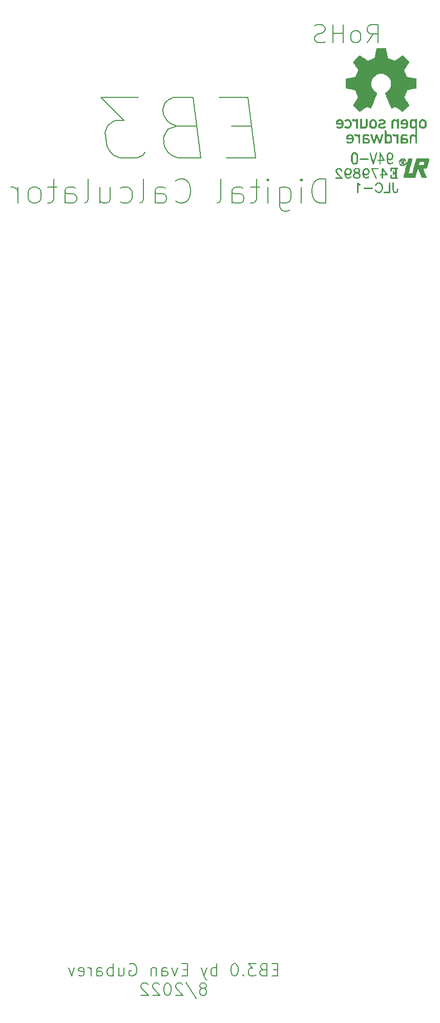
<source format=gbr>
%TF.GenerationSoftware,KiCad,Pcbnew,(6.0.7)*%
%TF.CreationDate,2022-08-27T21:19:22-07:00*%
%TF.ProjectId,EB3,4542332e-6b69-4636-9164-5f7063625858,rev?*%
%TF.SameCoordinates,Original*%
%TF.FileFunction,Legend,Bot*%
%TF.FilePolarity,Positive*%
%FSLAX46Y46*%
G04 Gerber Fmt 4.6, Leading zero omitted, Abs format (unit mm)*
G04 Created by KiCad (PCBNEW (6.0.7)) date 2022-08-27 21:19:22*
%MOMM*%
%LPD*%
G01*
G04 APERTURE LIST*
%ADD10C,0.150000*%
G04 APERTURE END LIST*
D10*
X145729285Y-57689523D02*
X145729285Y-53689523D01*
X144776904Y-53689523D01*
X144205476Y-53880000D01*
X143824523Y-54260952D01*
X143634047Y-54641904D01*
X143443571Y-55403809D01*
X143443571Y-55975238D01*
X143634047Y-56737142D01*
X143824523Y-57118095D01*
X144205476Y-57499047D01*
X144776904Y-57689523D01*
X145729285Y-57689523D01*
X141729285Y-57689523D02*
X141729285Y-55022857D01*
X141729285Y-53689523D02*
X141919761Y-53880000D01*
X141729285Y-54070476D01*
X141538809Y-53880000D01*
X141729285Y-53689523D01*
X141729285Y-54070476D01*
X138110238Y-55022857D02*
X138110238Y-58260952D01*
X138300714Y-58641904D01*
X138491190Y-58832380D01*
X138872142Y-59022857D01*
X139443571Y-59022857D01*
X139824523Y-58832380D01*
X138110238Y-57499047D02*
X138491190Y-57689523D01*
X139253095Y-57689523D01*
X139634047Y-57499047D01*
X139824523Y-57308571D01*
X140015000Y-56927619D01*
X140015000Y-55784761D01*
X139824523Y-55403809D01*
X139634047Y-55213333D01*
X139253095Y-55022857D01*
X138491190Y-55022857D01*
X138110238Y-55213333D01*
X136205476Y-57689523D02*
X136205476Y-55022857D01*
X136205476Y-53689523D02*
X136395952Y-53880000D01*
X136205476Y-54070476D01*
X136015000Y-53880000D01*
X136205476Y-53689523D01*
X136205476Y-54070476D01*
X134872142Y-55022857D02*
X133348333Y-55022857D01*
X134300714Y-53689523D02*
X134300714Y-57118095D01*
X134110238Y-57499047D01*
X133729285Y-57689523D01*
X133348333Y-57689523D01*
X130300714Y-57689523D02*
X130300714Y-55594285D01*
X130491190Y-55213333D01*
X130872142Y-55022857D01*
X131634047Y-55022857D01*
X132015000Y-55213333D01*
X130300714Y-57499047D02*
X130681666Y-57689523D01*
X131634047Y-57689523D01*
X132015000Y-57499047D01*
X132205476Y-57118095D01*
X132205476Y-56737142D01*
X132015000Y-56356190D01*
X131634047Y-56165714D01*
X130681666Y-56165714D01*
X130300714Y-55975238D01*
X127824523Y-57689523D02*
X128205476Y-57499047D01*
X128395952Y-57118095D01*
X128395952Y-53689523D01*
X120967380Y-57308571D02*
X121157857Y-57499047D01*
X121729285Y-57689523D01*
X122110238Y-57689523D01*
X122681666Y-57499047D01*
X123062619Y-57118095D01*
X123253095Y-56737142D01*
X123443571Y-55975238D01*
X123443571Y-55403809D01*
X123253095Y-54641904D01*
X123062619Y-54260952D01*
X122681666Y-53880000D01*
X122110238Y-53689523D01*
X121729285Y-53689523D01*
X121157857Y-53880000D01*
X120967380Y-54070476D01*
X117538809Y-57689523D02*
X117538809Y-55594285D01*
X117729285Y-55213333D01*
X118110238Y-55022857D01*
X118872142Y-55022857D01*
X119253095Y-55213333D01*
X117538809Y-57499047D02*
X117919761Y-57689523D01*
X118872142Y-57689523D01*
X119253095Y-57499047D01*
X119443571Y-57118095D01*
X119443571Y-56737142D01*
X119253095Y-56356190D01*
X118872142Y-56165714D01*
X117919761Y-56165714D01*
X117538809Y-55975238D01*
X115062619Y-57689523D02*
X115443571Y-57499047D01*
X115634047Y-57118095D01*
X115634047Y-53689523D01*
X111824523Y-57499047D02*
X112205476Y-57689523D01*
X112967380Y-57689523D01*
X113348333Y-57499047D01*
X113538809Y-57308571D01*
X113729285Y-56927619D01*
X113729285Y-55784761D01*
X113538809Y-55403809D01*
X113348333Y-55213333D01*
X112967380Y-55022857D01*
X112205476Y-55022857D01*
X111824523Y-55213333D01*
X108395952Y-55022857D02*
X108395952Y-57689523D01*
X110110238Y-55022857D02*
X110110238Y-57118095D01*
X109919761Y-57499047D01*
X109538809Y-57689523D01*
X108967380Y-57689523D01*
X108586428Y-57499047D01*
X108395952Y-57308571D01*
X105919761Y-57689523D02*
X106300714Y-57499047D01*
X106491190Y-57118095D01*
X106491190Y-53689523D01*
X102681666Y-57689523D02*
X102681666Y-55594285D01*
X102872142Y-55213333D01*
X103253095Y-55022857D01*
X104015000Y-55022857D01*
X104395952Y-55213333D01*
X102681666Y-57499047D02*
X103062619Y-57689523D01*
X104015000Y-57689523D01*
X104395952Y-57499047D01*
X104586428Y-57118095D01*
X104586428Y-56737142D01*
X104395952Y-56356190D01*
X104015000Y-56165714D01*
X103062619Y-56165714D01*
X102681666Y-55975238D01*
X101348333Y-55022857D02*
X99824523Y-55022857D01*
X100776904Y-53689523D02*
X100776904Y-57118095D01*
X100586428Y-57499047D01*
X100205476Y-57689523D01*
X99824523Y-57689523D01*
X97919761Y-57689523D02*
X98300714Y-57499047D01*
X98491190Y-57308571D01*
X98681666Y-56927619D01*
X98681666Y-55784761D01*
X98491190Y-55403809D01*
X98300714Y-55213333D01*
X97919761Y-55022857D01*
X97348333Y-55022857D01*
X96967380Y-55213333D01*
X96776904Y-55403809D01*
X96586428Y-55784761D01*
X96586428Y-56927619D01*
X96776904Y-57308571D01*
X96967380Y-57499047D01*
X97348333Y-57689523D01*
X97919761Y-57689523D01*
X94872142Y-57689523D02*
X94872142Y-55022857D01*
X94872142Y-55784761D02*
X94681666Y-55403809D01*
X94491190Y-55213333D01*
X94110238Y-55022857D01*
X93729285Y-55022857D01*
X152653571Y-31202142D02*
X153653571Y-29773571D01*
X154367857Y-31202142D02*
X154367857Y-28202142D01*
X153225000Y-28202142D01*
X152939285Y-28345000D01*
X152796428Y-28487857D01*
X152653571Y-28773571D01*
X152653571Y-29202142D01*
X152796428Y-29487857D01*
X152939285Y-29630714D01*
X153225000Y-29773571D01*
X154367857Y-29773571D01*
X150939285Y-31202142D02*
X151225000Y-31059285D01*
X151367857Y-30916428D01*
X151510714Y-30630714D01*
X151510714Y-29773571D01*
X151367857Y-29487857D01*
X151225000Y-29345000D01*
X150939285Y-29202142D01*
X150510714Y-29202142D01*
X150225000Y-29345000D01*
X150082142Y-29487857D01*
X149939285Y-29773571D01*
X149939285Y-30630714D01*
X150082142Y-30916428D01*
X150225000Y-31059285D01*
X150510714Y-31202142D01*
X150939285Y-31202142D01*
X148653571Y-31202142D02*
X148653571Y-28202142D01*
X148653571Y-29630714D02*
X146939285Y-29630714D01*
X146939285Y-31202142D02*
X146939285Y-28202142D01*
X145653571Y-31059285D02*
X145225000Y-31202142D01*
X144510714Y-31202142D01*
X144225000Y-31059285D01*
X144082142Y-30916428D01*
X143939285Y-30630714D01*
X143939285Y-30345000D01*
X144082142Y-30059285D01*
X144225000Y-29916428D01*
X144510714Y-29773571D01*
X145082142Y-29630714D01*
X145367857Y-29487857D01*
X145510714Y-29345000D01*
X145653571Y-29059285D01*
X145653571Y-28773571D01*
X145510714Y-28487857D01*
X145367857Y-28345000D01*
X145082142Y-28202142D01*
X144367857Y-28202142D01*
X143939285Y-28345000D01*
X137840476Y-184302142D02*
X137173809Y-184302142D01*
X136888095Y-185349761D02*
X137840476Y-185349761D01*
X137840476Y-183349761D01*
X136888095Y-183349761D01*
X135364285Y-184302142D02*
X135078571Y-184397380D01*
X134983333Y-184492619D01*
X134888095Y-184683095D01*
X134888095Y-184968809D01*
X134983333Y-185159285D01*
X135078571Y-185254523D01*
X135269047Y-185349761D01*
X136030952Y-185349761D01*
X136030952Y-183349761D01*
X135364285Y-183349761D01*
X135173809Y-183445000D01*
X135078571Y-183540238D01*
X134983333Y-183730714D01*
X134983333Y-183921190D01*
X135078571Y-184111666D01*
X135173809Y-184206904D01*
X135364285Y-184302142D01*
X136030952Y-184302142D01*
X134221428Y-183349761D02*
X132983333Y-183349761D01*
X133650000Y-184111666D01*
X133364285Y-184111666D01*
X133173809Y-184206904D01*
X133078571Y-184302142D01*
X132983333Y-184492619D01*
X132983333Y-184968809D01*
X133078571Y-185159285D01*
X133173809Y-185254523D01*
X133364285Y-185349761D01*
X133935714Y-185349761D01*
X134126190Y-185254523D01*
X134221428Y-185159285D01*
X132126190Y-185159285D02*
X132030952Y-185254523D01*
X132126190Y-185349761D01*
X132221428Y-185254523D01*
X132126190Y-185159285D01*
X132126190Y-185349761D01*
X130792857Y-183349761D02*
X130602380Y-183349761D01*
X130411904Y-183445000D01*
X130316666Y-183540238D01*
X130221428Y-183730714D01*
X130126190Y-184111666D01*
X130126190Y-184587857D01*
X130221428Y-184968809D01*
X130316666Y-185159285D01*
X130411904Y-185254523D01*
X130602380Y-185349761D01*
X130792857Y-185349761D01*
X130983333Y-185254523D01*
X131078571Y-185159285D01*
X131173809Y-184968809D01*
X131269047Y-184587857D01*
X131269047Y-184111666D01*
X131173809Y-183730714D01*
X131078571Y-183540238D01*
X130983333Y-183445000D01*
X130792857Y-183349761D01*
X127745238Y-185349761D02*
X127745238Y-183349761D01*
X127745238Y-184111666D02*
X127554761Y-184016428D01*
X127173809Y-184016428D01*
X126983333Y-184111666D01*
X126888095Y-184206904D01*
X126792857Y-184397380D01*
X126792857Y-184968809D01*
X126888095Y-185159285D01*
X126983333Y-185254523D01*
X127173809Y-185349761D01*
X127554761Y-185349761D01*
X127745238Y-185254523D01*
X126126190Y-184016428D02*
X125650000Y-185349761D01*
X125173809Y-184016428D02*
X125650000Y-185349761D01*
X125840476Y-185825952D01*
X125935714Y-185921190D01*
X126126190Y-186016428D01*
X122888095Y-184302142D02*
X122221428Y-184302142D01*
X121935714Y-185349761D02*
X122888095Y-185349761D01*
X122888095Y-183349761D01*
X121935714Y-183349761D01*
X121269047Y-184016428D02*
X120792857Y-185349761D01*
X120316666Y-184016428D01*
X118697619Y-185349761D02*
X118697619Y-184302142D01*
X118792857Y-184111666D01*
X118983333Y-184016428D01*
X119364285Y-184016428D01*
X119554761Y-184111666D01*
X118697619Y-185254523D02*
X118888095Y-185349761D01*
X119364285Y-185349761D01*
X119554761Y-185254523D01*
X119650000Y-185064047D01*
X119650000Y-184873571D01*
X119554761Y-184683095D01*
X119364285Y-184587857D01*
X118888095Y-184587857D01*
X118697619Y-184492619D01*
X117745238Y-184016428D02*
X117745238Y-185349761D01*
X117745238Y-184206904D02*
X117650000Y-184111666D01*
X117459523Y-184016428D01*
X117173809Y-184016428D01*
X116983333Y-184111666D01*
X116888095Y-184302142D01*
X116888095Y-185349761D01*
X113364285Y-183445000D02*
X113554761Y-183349761D01*
X113840476Y-183349761D01*
X114126190Y-183445000D01*
X114316666Y-183635476D01*
X114411904Y-183825952D01*
X114507142Y-184206904D01*
X114507142Y-184492619D01*
X114411904Y-184873571D01*
X114316666Y-185064047D01*
X114126190Y-185254523D01*
X113840476Y-185349761D01*
X113650000Y-185349761D01*
X113364285Y-185254523D01*
X113269047Y-185159285D01*
X113269047Y-184492619D01*
X113650000Y-184492619D01*
X111554761Y-184016428D02*
X111554761Y-185349761D01*
X112411904Y-184016428D02*
X112411904Y-185064047D01*
X112316666Y-185254523D01*
X112126190Y-185349761D01*
X111840476Y-185349761D01*
X111650000Y-185254523D01*
X111554761Y-185159285D01*
X110602380Y-185349761D02*
X110602380Y-183349761D01*
X110602380Y-184111666D02*
X110411904Y-184016428D01*
X110030952Y-184016428D01*
X109840476Y-184111666D01*
X109745238Y-184206904D01*
X109650000Y-184397380D01*
X109650000Y-184968809D01*
X109745238Y-185159285D01*
X109840476Y-185254523D01*
X110030952Y-185349761D01*
X110411904Y-185349761D01*
X110602380Y-185254523D01*
X107935714Y-185349761D02*
X107935714Y-184302142D01*
X108030952Y-184111666D01*
X108221428Y-184016428D01*
X108602380Y-184016428D01*
X108792857Y-184111666D01*
X107935714Y-185254523D02*
X108126190Y-185349761D01*
X108602380Y-185349761D01*
X108792857Y-185254523D01*
X108888095Y-185064047D01*
X108888095Y-184873571D01*
X108792857Y-184683095D01*
X108602380Y-184587857D01*
X108126190Y-184587857D01*
X107935714Y-184492619D01*
X106983333Y-185349761D02*
X106983333Y-184016428D01*
X106983333Y-184397380D02*
X106888095Y-184206904D01*
X106792857Y-184111666D01*
X106602380Y-184016428D01*
X106411904Y-184016428D01*
X104983333Y-185254523D02*
X105173809Y-185349761D01*
X105554761Y-185349761D01*
X105745238Y-185254523D01*
X105840476Y-185064047D01*
X105840476Y-184302142D01*
X105745238Y-184111666D01*
X105554761Y-184016428D01*
X105173809Y-184016428D01*
X104983333Y-184111666D01*
X104888095Y-184302142D01*
X104888095Y-184492619D01*
X105840476Y-184683095D01*
X104221428Y-184016428D02*
X103745238Y-185349761D01*
X103269047Y-184016428D01*
X125697619Y-187426904D02*
X125888095Y-187331666D01*
X125983333Y-187236428D01*
X126078571Y-187045952D01*
X126078571Y-186950714D01*
X125983333Y-186760238D01*
X125888095Y-186665000D01*
X125697619Y-186569761D01*
X125316666Y-186569761D01*
X125126190Y-186665000D01*
X125030952Y-186760238D01*
X124935714Y-186950714D01*
X124935714Y-187045952D01*
X125030952Y-187236428D01*
X125126190Y-187331666D01*
X125316666Y-187426904D01*
X125697619Y-187426904D01*
X125888095Y-187522142D01*
X125983333Y-187617380D01*
X126078571Y-187807857D01*
X126078571Y-188188809D01*
X125983333Y-188379285D01*
X125888095Y-188474523D01*
X125697619Y-188569761D01*
X125316666Y-188569761D01*
X125126190Y-188474523D01*
X125030952Y-188379285D01*
X124935714Y-188188809D01*
X124935714Y-187807857D01*
X125030952Y-187617380D01*
X125126190Y-187522142D01*
X125316666Y-187426904D01*
X122650000Y-186474523D02*
X124364285Y-189045952D01*
X122078571Y-186760238D02*
X121983333Y-186665000D01*
X121792857Y-186569761D01*
X121316666Y-186569761D01*
X121126190Y-186665000D01*
X121030952Y-186760238D01*
X120935714Y-186950714D01*
X120935714Y-187141190D01*
X121030952Y-187426904D01*
X122173809Y-188569761D01*
X120935714Y-188569761D01*
X119697619Y-186569761D02*
X119507142Y-186569761D01*
X119316666Y-186665000D01*
X119221428Y-186760238D01*
X119126190Y-186950714D01*
X119030952Y-187331666D01*
X119030952Y-187807857D01*
X119126190Y-188188809D01*
X119221428Y-188379285D01*
X119316666Y-188474523D01*
X119507142Y-188569761D01*
X119697619Y-188569761D01*
X119888095Y-188474523D01*
X119983333Y-188379285D01*
X120078571Y-188188809D01*
X120173809Y-187807857D01*
X120173809Y-187331666D01*
X120078571Y-186950714D01*
X119983333Y-186760238D01*
X119888095Y-186665000D01*
X119697619Y-186569761D01*
X118269047Y-186760238D02*
X118173809Y-186665000D01*
X117983333Y-186569761D01*
X117507142Y-186569761D01*
X117316666Y-186665000D01*
X117221428Y-186760238D01*
X117126190Y-186950714D01*
X117126190Y-187141190D01*
X117221428Y-187426904D01*
X118364285Y-188569761D01*
X117126190Y-188569761D01*
X116364285Y-186760238D02*
X116269047Y-186665000D01*
X116078571Y-186569761D01*
X115602380Y-186569761D01*
X115411904Y-186665000D01*
X115316666Y-186760238D01*
X115221428Y-186950714D01*
X115221428Y-187141190D01*
X115316666Y-187426904D01*
X116459523Y-188569761D01*
X115221428Y-188569761D01*
X133481726Y-45005714D02*
X130148392Y-45005714D01*
X129374583Y-50243809D02*
X134136488Y-50243809D01*
X132886488Y-40243809D01*
X128124583Y-40243809D01*
X121100773Y-45005714D02*
X119731726Y-45481904D01*
X119315059Y-45958095D01*
X118957916Y-46910476D01*
X119136488Y-48339047D01*
X119731726Y-49291428D01*
X120267440Y-49767619D01*
X121279345Y-50243809D01*
X125088869Y-50243809D01*
X123838869Y-40243809D01*
X120505535Y-40243809D01*
X119612678Y-40720000D01*
X119196011Y-41196190D01*
X118838869Y-42148571D01*
X118957916Y-43100952D01*
X119553154Y-44053333D01*
X120088869Y-44529523D01*
X121100773Y-45005714D01*
X124434107Y-45005714D01*
X114791250Y-40243809D02*
X108600773Y-40243809D01*
X112410297Y-44053333D01*
X110981726Y-44053333D01*
X110088869Y-44529523D01*
X109672202Y-45005714D01*
X109315059Y-45958095D01*
X109612678Y-48339047D01*
X110207916Y-49291428D01*
X110743630Y-49767619D01*
X111755535Y-50243809D01*
X114612678Y-50243809D01*
X115505535Y-49767619D01*
X115922202Y-49291428D01*
%TO.C,G\u002A\u002A\u002A*%
G36*
X156006841Y-52979853D02*
G01*
X156015635Y-53010512D01*
X156002069Y-53074848D01*
X155930688Y-53117785D01*
X155795501Y-53141760D01*
X155590516Y-53149211D01*
X155248346Y-53149211D01*
X155248346Y-53372761D01*
X155244153Y-53469695D01*
X155227354Y-53580776D01*
X155202095Y-53642564D01*
X155176632Y-53665081D01*
X155132717Y-53688816D01*
X155126690Y-53688533D01*
X155067847Y-53646321D01*
X155030289Y-53538266D01*
X155017087Y-53372761D01*
X155017087Y-53149211D01*
X154886905Y-53149211D01*
X154818778Y-53143388D01*
X154725522Y-53106841D01*
X154684741Y-53046975D01*
X154708741Y-52975766D01*
X154710846Y-52973364D01*
X154783331Y-52934146D01*
X154886905Y-52917951D01*
X155017087Y-52917951D01*
X155017087Y-52530621D01*
X155255454Y-52530621D01*
X155256143Y-52657784D01*
X155267618Y-52898679D01*
X155455711Y-52910632D01*
X155467162Y-52911338D01*
X155574404Y-52913301D01*
X155621203Y-52899574D01*
X155622190Y-52866258D01*
X155599043Y-52819844D01*
X155539947Y-52726617D01*
X155463898Y-52620269D01*
X155385636Y-52520239D01*
X155319901Y-52445966D01*
X155281435Y-52416889D01*
X155265478Y-52444101D01*
X155255454Y-52530621D01*
X155017087Y-52530621D01*
X155017087Y-52440880D01*
X155018050Y-52277251D01*
X155023077Y-52117943D01*
X155033762Y-52012836D01*
X155051612Y-51948910D01*
X155078133Y-51913145D01*
X155140914Y-51886928D01*
X155225182Y-51917148D01*
X155303585Y-52013873D01*
X155333475Y-52061214D01*
X155387259Y-52126926D01*
X155389331Y-52128916D01*
X155436001Y-52183846D01*
X155513508Y-52283921D01*
X155610795Y-52413916D01*
X155716802Y-52558607D01*
X155820469Y-52702771D01*
X155910737Y-52831183D01*
X155934428Y-52866258D01*
X155976548Y-52928618D01*
X156006841Y-52979853D01*
G37*
G36*
X156434316Y-55129317D02*
G01*
X156436566Y-55443715D01*
X156434504Y-55687821D01*
X156427943Y-55863340D01*
X156416724Y-55974479D01*
X156400689Y-56025447D01*
X156391773Y-56032921D01*
X156314869Y-56056988D01*
X156184632Y-56073351D01*
X156019625Y-56082148D01*
X155838412Y-56083516D01*
X155659555Y-56077592D01*
X155501617Y-56064515D01*
X155383162Y-56044423D01*
X155322752Y-56017452D01*
X155294955Y-55968074D01*
X155312507Y-55892186D01*
X155326826Y-55875104D01*
X155372503Y-55850864D01*
X155454462Y-55834563D01*
X155586301Y-55824026D01*
X155781616Y-55817076D01*
X156210306Y-55806185D01*
X156220753Y-55046211D01*
X156231199Y-54286236D01*
X156423915Y-54286236D01*
X156434316Y-55129317D01*
G37*
G36*
X150062267Y-52563206D02*
G01*
X150026158Y-52685422D01*
X150004249Y-52745351D01*
X149917515Y-52896213D01*
X149791043Y-52999163D01*
X149606889Y-53070688D01*
X149537103Y-53088073D01*
X149414786Y-53098579D01*
X149294144Y-53072365D01*
X149231878Y-53053515D01*
X149151676Y-53044838D01*
X149123506Y-53081363D01*
X149136180Y-53170007D01*
X149143979Y-53197281D01*
X149220491Y-53334597D01*
X149335070Y-53422870D01*
X149469942Y-53456951D01*
X149607327Y-53431687D01*
X149729451Y-53341927D01*
X149747602Y-53321696D01*
X149834879Y-53245203D01*
X149903511Y-53233528D01*
X149967234Y-53283283D01*
X149979147Y-53302678D01*
X149980586Y-53386322D01*
X149931958Y-53482655D01*
X149846256Y-53571913D01*
X149736473Y-53634330D01*
X149687267Y-53650618D01*
X149462646Y-53684678D01*
X149262632Y-53647606D01*
X149092899Y-53542617D01*
X148959124Y-53372927D01*
X148866982Y-53141751D01*
X148861523Y-53120744D01*
X148814419Y-52837429D01*
X148818364Y-52584333D01*
X149092320Y-52584333D01*
X149126877Y-52654923D01*
X149208253Y-52744140D01*
X149226557Y-52761965D01*
X149354682Y-52853528D01*
X149480336Y-52875010D01*
X149620273Y-52829901D01*
X149719259Y-52752405D01*
X149789321Y-52614590D01*
X149798896Y-52440140D01*
X149754315Y-52287689D01*
X149654293Y-52178392D01*
X149498754Y-52122397D01*
X149419495Y-52115474D01*
X149335045Y-52138400D01*
X149242574Y-52210352D01*
X149159532Y-52310950D01*
X149098160Y-52464701D01*
X149092384Y-52501409D01*
X149092320Y-52584333D01*
X148818364Y-52584333D01*
X148818462Y-52578051D01*
X148868922Y-52349899D01*
X148961070Y-52160258D01*
X149090173Y-52016416D01*
X149251503Y-51925661D01*
X149440329Y-51895278D01*
X149651920Y-51932555D01*
X149756965Y-51972130D01*
X149878445Y-52046012D01*
X149961867Y-52152336D01*
X150029238Y-52313309D01*
X150050149Y-52377538D01*
X150063190Y-52440140D01*
X150070156Y-52473583D01*
X150062267Y-52563206D01*
G37*
G36*
X151471210Y-53415333D02*
G01*
X151367731Y-53551915D01*
X151239849Y-53636561D01*
X151191664Y-53651084D01*
X151029503Y-53673225D01*
X150842810Y-53672885D01*
X150664687Y-53651312D01*
X150528237Y-53609752D01*
X150495919Y-53591980D01*
X150364291Y-53473342D01*
X150272319Y-53314411D01*
X150243002Y-53169677D01*
X150507527Y-53169677D01*
X150527643Y-53279929D01*
X150609083Y-53377673D01*
X150660502Y-53409393D01*
X150798608Y-53451568D01*
X150954093Y-53460897D01*
X151097984Y-53437243D01*
X151201305Y-53380470D01*
X151259295Y-53293972D01*
X151280151Y-53164723D01*
X151247484Y-53033029D01*
X151170114Y-52916794D01*
X151056858Y-52833924D01*
X150916537Y-52802321D01*
X150904285Y-52802571D01*
X150761370Y-52839062D01*
X150633975Y-52924651D01*
X150542546Y-53040977D01*
X150507527Y-53169677D01*
X150243002Y-53169677D01*
X150237724Y-53143622D01*
X150244216Y-53063825D01*
X150284374Y-52959937D01*
X150373886Y-52844545D01*
X150510048Y-52693830D01*
X150412429Y-52549981D01*
X150332683Y-52390010D01*
X150326004Y-52271043D01*
X150587730Y-52271043D01*
X150594159Y-52374615D01*
X150643707Y-52456493D01*
X150673741Y-52474522D01*
X150781379Y-52505549D01*
X150916333Y-52520666D01*
X151045020Y-52517364D01*
X151133855Y-52493131D01*
X151159035Y-52469321D01*
X151194168Y-52384789D01*
X151203130Y-52279877D01*
X151185371Y-52185341D01*
X151140338Y-52131938D01*
X151127386Y-52127589D01*
X151019268Y-52111410D01*
X150881709Y-52110298D01*
X150749933Y-52123045D01*
X150659166Y-52148442D01*
X150622683Y-52180389D01*
X150587730Y-52271043D01*
X150326004Y-52271043D01*
X150324294Y-52240588D01*
X150386812Y-52087303D01*
X150395214Y-52074445D01*
X150501436Y-51979689D01*
X150653357Y-51916025D01*
X150831724Y-51883714D01*
X151017282Y-51883018D01*
X151190776Y-51914197D01*
X151332953Y-51977514D01*
X151424558Y-52073229D01*
X151434679Y-52095523D01*
X151459012Y-52219928D01*
X151457664Y-52279877D01*
X151455670Y-52368538D01*
X151427558Y-52508380D01*
X151377580Y-52606478D01*
X151347697Y-52643311D01*
X151336685Y-52686782D01*
X151362362Y-52745761D01*
X151429775Y-52843130D01*
X151515232Y-52991035D01*
X151547561Y-53145358D01*
X151545242Y-53164723D01*
X151534858Y-53251440D01*
X151471210Y-53415333D01*
G37*
G36*
X153914496Y-51885945D02*
G01*
X154496753Y-51896555D01*
X154496753Y-51992913D01*
X154495827Y-52025708D01*
X154484867Y-52056991D01*
X154450494Y-52076637D01*
X154379298Y-52088016D01*
X154257863Y-52094500D01*
X154072777Y-52099457D01*
X153928926Y-52103796D01*
X153773082Y-52110761D01*
X153658598Y-52118539D01*
X153603333Y-52126115D01*
X153598454Y-52143673D01*
X153619298Y-52225366D01*
X153674378Y-52370547D01*
X153762575Y-52576359D01*
X153882771Y-52839944D01*
X153907368Y-52892778D01*
X154018471Y-53133323D01*
X154100106Y-53315209D01*
X154155579Y-53447533D01*
X154188197Y-53539389D01*
X154201267Y-53599876D01*
X154198093Y-53638087D01*
X154181983Y-53663120D01*
X154170531Y-53672649D01*
X154096053Y-53685462D01*
X154024581Y-53640637D01*
X154014137Y-53623436D01*
X153972577Y-53542916D01*
X153906743Y-53408499D01*
X153821727Y-53230775D01*
X153722620Y-53020336D01*
X153614516Y-52787771D01*
X153576480Y-52705233D01*
X153461994Y-52453150D01*
X153377926Y-52260371D01*
X153321360Y-52119241D01*
X153289382Y-52022108D01*
X153279076Y-51961315D01*
X153287528Y-51929210D01*
X153289315Y-51927173D01*
X153325312Y-51906369D01*
X153395009Y-51892591D01*
X153509225Y-51885092D01*
X153678780Y-51883125D01*
X153914496Y-51885945D01*
G37*
G36*
X157080310Y-51847260D02*
G01*
X157201305Y-51849981D01*
X157381691Y-51856244D01*
X157504343Y-51865374D01*
X157581988Y-51879162D01*
X157627353Y-51899399D01*
X157653165Y-51927877D01*
X157665022Y-51949860D01*
X157666987Y-52006757D01*
X157609120Y-52068957D01*
X157582758Y-52092508D01*
X157558165Y-52126322D01*
X157541354Y-52176452D01*
X157530847Y-52255050D01*
X157525169Y-52374272D01*
X157522845Y-52546270D01*
X157522398Y-52783200D01*
X157522602Y-52956860D01*
X157524223Y-53146031D01*
X157528583Y-53277215D01*
X157536985Y-53361626D01*
X157550734Y-53410482D01*
X157571133Y-53434997D01*
X157599485Y-53446389D01*
X157610070Y-53450060D01*
X157662616Y-53506309D01*
X157679307Y-53590360D01*
X157650876Y-53663120D01*
X157619882Y-53673967D01*
X157522833Y-53684544D01*
X157378863Y-53690168D01*
X157205414Y-53691193D01*
X157019931Y-53687975D01*
X156839855Y-53680871D01*
X156682630Y-53670234D01*
X156565698Y-53656422D01*
X156506503Y-53639790D01*
X156478640Y-53612144D01*
X156456172Y-53554961D01*
X156447953Y-53457884D01*
X156450957Y-53302536D01*
X156455407Y-53200563D01*
X156464445Y-53094094D01*
X156481876Y-53036837D01*
X156514334Y-53011831D01*
X156568453Y-53002113D01*
X156584000Y-53000561D01*
X156655481Y-53009529D01*
X156677102Y-53059928D01*
X156685650Y-53190818D01*
X156713721Y-53328867D01*
X156768795Y-53410217D01*
X156860544Y-53446593D01*
X156998641Y-53449719D01*
X157194780Y-53438285D01*
X157206038Y-53139575D01*
X157208877Y-53057026D01*
X157209561Y-52938739D01*
X157200454Y-52873823D01*
X157177986Y-52846469D01*
X157138587Y-52840865D01*
X157121434Y-52841661D01*
X157072939Y-52869544D01*
X157059879Y-52951775D01*
X157055586Y-53003694D01*
X157019177Y-53093599D01*
X156957839Y-53133795D01*
X156886434Y-53110667D01*
X156864098Y-53074079D01*
X156840013Y-52970707D01*
X156826999Y-52829267D01*
X156825071Y-52672628D01*
X156834243Y-52523660D01*
X156854529Y-52405231D01*
X156885944Y-52340210D01*
X156911393Y-52322194D01*
X156986678Y-52309516D01*
X157039777Y-52362711D01*
X157059879Y-52473494D01*
X157062515Y-52536235D01*
X157084021Y-52594673D01*
X157136966Y-52609605D01*
X157176706Y-52602880D01*
X157200948Y-52570248D01*
X157211649Y-52494657D01*
X157214052Y-52359074D01*
X157214052Y-52108543D01*
X156715645Y-52108543D01*
X156689645Y-52304541D01*
X156678341Y-52371918D01*
X156637208Y-52486612D01*
X156577728Y-52527365D01*
X156500511Y-52493568D01*
X156473331Y-52446897D01*
X156450334Y-52339431D01*
X156441004Y-52202893D01*
X156445505Y-52063487D01*
X156464002Y-51947417D01*
X156496660Y-51880887D01*
X156529524Y-51866969D01*
X156639627Y-51851949D01*
X156822593Y-51845415D01*
X157080310Y-51847260D01*
G37*
G36*
X155521469Y-50577993D02*
G01*
X155540546Y-50666008D01*
X155537560Y-50720761D01*
X155528901Y-50727279D01*
X155459553Y-50743750D01*
X155339493Y-50755223D01*
X155188257Y-50759529D01*
X154862914Y-50759529D01*
X154862914Y-51023564D01*
X154859372Y-51159467D01*
X154850144Y-51263068D01*
X154837218Y-51311982D01*
X154830470Y-51317652D01*
X154767841Y-51337678D01*
X154744255Y-51335353D01*
X154680278Y-51289214D01*
X154643455Y-51179963D01*
X154631654Y-51002352D01*
X154631654Y-50759529D01*
X154501473Y-50759529D01*
X154433345Y-50753707D01*
X154340089Y-50717160D01*
X154299309Y-50657293D01*
X154323308Y-50586085D01*
X154325414Y-50583682D01*
X154397898Y-50544465D01*
X154501473Y-50528270D01*
X154631654Y-50528270D01*
X154862914Y-50528270D01*
X155036359Y-50528270D01*
X155084339Y-50526787D01*
X155174912Y-50512258D01*
X155209803Y-50486353D01*
X155206885Y-50469863D01*
X155176332Y-50394632D01*
X155121872Y-50288098D01*
X155055165Y-50170322D01*
X154987868Y-50061361D01*
X154931640Y-49981274D01*
X154898140Y-49950121D01*
X154894843Y-49951386D01*
X154878634Y-49998812D01*
X154867227Y-50101025D01*
X154862914Y-50239195D01*
X154862914Y-50528270D01*
X154631654Y-50528270D01*
X154631654Y-49954840D01*
X154631677Y-49919901D01*
X154633555Y-49696704D01*
X154639182Y-49537780D01*
X154649601Y-49431847D01*
X154665853Y-49367625D01*
X154688978Y-49333836D01*
X154764163Y-49304686D01*
X154833018Y-49326399D01*
X154862914Y-49390034D01*
X154866286Y-49417632D01*
X154891821Y-49449203D01*
X154905720Y-49459401D01*
X154945205Y-49521990D01*
X154991997Y-49622648D01*
X155017736Y-49680893D01*
X155062729Y-49763504D01*
X155093813Y-49795948D01*
X155119471Y-49818773D01*
X155147868Y-49889611D01*
X155172262Y-49957063D01*
X155220180Y-50034148D01*
X155235744Y-50053543D01*
X155287111Y-50138284D01*
X155341605Y-50248831D01*
X155365384Y-50299677D01*
X155410248Y-50380685D01*
X155439173Y-50412640D01*
X155456134Y-50424346D01*
X155489593Y-50486353D01*
X155490081Y-50487258D01*
X155521469Y-50577993D01*
G37*
G36*
X159105200Y-51020656D02*
G01*
X159116440Y-51110163D01*
X159133628Y-51144962D01*
X159145113Y-51131688D01*
X159174313Y-51058982D01*
X159211714Y-50937102D01*
X159252020Y-50782274D01*
X159273417Y-50698965D01*
X159321265Y-50542357D01*
X159368233Y-50422296D01*
X159407179Y-50358299D01*
X159462904Y-50326540D01*
X159575449Y-50303975D01*
X159749949Y-50297010D01*
X159875565Y-50298954D01*
X159975531Y-50309155D01*
X160032559Y-50332186D01*
X160065420Y-50372541D01*
X160067838Y-50377936D01*
X160073320Y-50421475D01*
X160066587Y-50497515D01*
X160046133Y-50612991D01*
X160010451Y-50774833D01*
X159958035Y-50989976D01*
X159887378Y-51265353D01*
X159796973Y-51607895D01*
X159760288Y-51745786D01*
X159687086Y-52021776D01*
X159621831Y-52268936D01*
X159566913Y-52478138D01*
X159524724Y-52640252D01*
X159497657Y-52746152D01*
X159488104Y-52786708D01*
X159488756Y-52787981D01*
X159532714Y-52795162D01*
X159632016Y-52797468D01*
X159767542Y-52794374D01*
X160046981Y-52783050D01*
X160231612Y-52127814D01*
X160259071Y-52030388D01*
X160340091Y-51743127D01*
X160426189Y-51438096D01*
X161145463Y-51438096D01*
X161161211Y-51442415D01*
X161238594Y-51448030D01*
X161365915Y-51451879D01*
X161526772Y-51453308D01*
X161565537Y-51453242D01*
X161742178Y-51449190D01*
X161857734Y-51435076D01*
X161925712Y-51405651D01*
X161959618Y-51355663D01*
X161972959Y-51279863D01*
X161976814Y-51260469D01*
X162007485Y-51191295D01*
X162018318Y-51166433D01*
X162017785Y-51086535D01*
X162012363Y-51059204D01*
X162034270Y-51008631D01*
X162049888Y-50997570D01*
X162060180Y-50962002D01*
X161997531Y-50935668D01*
X161864856Y-50919319D01*
X161665071Y-50913702D01*
X161302734Y-50913702D01*
X161224098Y-51168293D01*
X161222546Y-51173323D01*
X161183655Y-51301416D01*
X161155994Y-51396420D01*
X161145463Y-51438096D01*
X160426189Y-51438096D01*
X160426366Y-51437469D01*
X160509182Y-51144282D01*
X160579825Y-50894431D01*
X160743408Y-50316282D01*
X161705665Y-50305435D01*
X161908260Y-50303648D01*
X162162215Y-50302878D01*
X162385585Y-50303860D01*
X162566746Y-50306476D01*
X162694077Y-50310607D01*
X162755955Y-50316134D01*
X162811634Y-50335198D01*
X162867393Y-50381477D01*
X162891888Y-50458396D01*
X162885515Y-50576080D01*
X162848672Y-50744656D01*
X162785326Y-50962002D01*
X162781756Y-50974251D01*
X162728354Y-51146706D01*
X162662479Y-51360559D01*
X162602815Y-51555359D01*
X162557734Y-51703839D01*
X162553637Y-51717322D01*
X162508634Y-51851294D01*
X162467011Y-51953219D01*
X162437307Y-52001959D01*
X162391443Y-52015115D01*
X162288064Y-52026330D01*
X162154626Y-52030866D01*
X162028626Y-52033052D01*
X161955251Y-52042530D01*
X161928889Y-52064390D01*
X161934076Y-52103743D01*
X161951980Y-52152161D01*
X161995300Y-52262607D01*
X162058193Y-52419909D01*
X162135487Y-52611142D01*
X162222011Y-52823380D01*
X162299399Y-53016878D01*
X162371326Y-53206466D01*
X162426179Y-53362063D01*
X162459629Y-53471337D01*
X162467344Y-53521958D01*
X162443744Y-53543321D01*
X162372281Y-53560742D01*
X162244208Y-53570282D01*
X162049381Y-53573186D01*
X161965644Y-53572911D01*
X161799085Y-53568121D01*
X161691155Y-53553560D01*
X161628617Y-53524341D01*
X161598236Y-53475576D01*
X161586775Y-53402378D01*
X161576095Y-53357737D01*
X161536531Y-53311686D01*
X161521182Y-53303675D01*
X161511874Y-53264437D01*
X161513127Y-53216698D01*
X161488139Y-53138057D01*
X161449957Y-53065473D01*
X161413362Y-53033581D01*
X161403169Y-53029988D01*
X161390641Y-52985217D01*
X161389834Y-52970014D01*
X161369367Y-52891302D01*
X161327583Y-52770757D01*
X161271322Y-52624694D01*
X161207423Y-52469426D01*
X161142726Y-52321269D01*
X161084071Y-52196535D01*
X161038295Y-52111540D01*
X161012240Y-52082598D01*
X161010314Y-52083921D01*
X160985917Y-52132710D01*
X160944943Y-52242576D01*
X160891262Y-52402081D01*
X160828747Y-52599783D01*
X160761267Y-52824246D01*
X160547161Y-53553915D01*
X159638791Y-53564232D01*
X159592365Y-53564757D01*
X159314997Y-53567558D01*
X159103332Y-53568442D01*
X158947437Y-53566693D01*
X158837382Y-53561592D01*
X158763235Y-53552424D01*
X158715064Y-53538470D01*
X158682938Y-53519015D01*
X158656926Y-53493340D01*
X158655362Y-53491609D01*
X158634701Y-53466063D01*
X158621105Y-53436114D01*
X158616080Y-53392977D01*
X158621130Y-53327868D01*
X158637762Y-53232001D01*
X158667479Y-53096593D01*
X158711788Y-52912858D01*
X158772193Y-52672011D01*
X158850198Y-52365268D01*
X158857907Y-52335016D01*
X158927515Y-52061765D01*
X158991141Y-51811847D01*
X159046174Y-51595534D01*
X159090000Y-51423099D01*
X159120008Y-51304815D01*
X159133585Y-51250956D01*
X159136868Y-51193849D01*
X159105549Y-51190724D01*
X159044755Y-51244230D01*
X158961306Y-51350432D01*
X158826936Y-51486783D01*
X158650589Y-51572605D01*
X158454706Y-51595778D01*
X158254512Y-51554651D01*
X158065232Y-51447574D01*
X157970083Y-51346367D01*
X158314755Y-51346367D01*
X158339212Y-51381614D01*
X158379764Y-51404297D01*
X158461645Y-51418227D01*
X158509168Y-51364454D01*
X158524522Y-51241320D01*
X158522930Y-51189510D01*
X158510504Y-51102332D01*
X158489786Y-51067875D01*
X158478644Y-51072239D01*
X158430708Y-51121776D01*
X158371927Y-51208759D01*
X158331453Y-51283478D01*
X158314755Y-51346367D01*
X157970083Y-51346367D01*
X157939594Y-51313937D01*
X157850625Y-51132722D01*
X157834470Y-51033635D01*
X157989628Y-51033635D01*
X158044917Y-51174929D01*
X158069467Y-51208281D01*
X158121573Y-51253053D01*
X158169113Y-51232757D01*
X158229582Y-51144513D01*
X158237336Y-51131339D01*
X158275012Y-51054855D01*
X158269428Y-50999812D01*
X158222579Y-50932974D01*
X158717239Y-50932974D01*
X158717984Y-51026071D01*
X158719147Y-51054855D01*
X158724774Y-51194065D01*
X158730659Y-51241320D01*
X158738028Y-51300495D01*
X158756992Y-51337678D01*
X158782390Y-51327034D01*
X158822286Y-51270227D01*
X158839497Y-51233846D01*
X158898162Y-51151844D01*
X158903655Y-51145133D01*
X158928790Y-51077861D01*
X158944217Y-50978835D01*
X158948551Y-50874884D01*
X158940409Y-50792840D01*
X158918405Y-50759529D01*
X158916868Y-50759389D01*
X158883123Y-50723651D01*
X158844667Y-50643899D01*
X158842689Y-50638699D01*
X158797419Y-50545229D01*
X158762279Y-50527829D01*
X158737229Y-50586592D01*
X158722230Y-50721609D01*
X158721398Y-50756848D01*
X158717239Y-50932974D01*
X158222579Y-50932974D01*
X158218621Y-50927327D01*
X158157166Y-50829206D01*
X158151225Y-50773172D01*
X158338303Y-50773172D01*
X158352098Y-50822525D01*
X158425338Y-50836616D01*
X158430293Y-50836585D01*
X158503934Y-50818380D01*
X158524522Y-50756848D01*
X158524522Y-50756494D01*
X158505868Y-50696835D01*
X158438194Y-50689398D01*
X158382997Y-50710906D01*
X158339010Y-50769165D01*
X158338303Y-50773172D01*
X158151225Y-50773172D01*
X158146808Y-50731510D01*
X158203092Y-50637062D01*
X158237950Y-50583927D01*
X158238670Y-50537916D01*
X158224541Y-50535717D01*
X158170398Y-50569861D01*
X158098618Y-50644146D01*
X158052572Y-50710432D01*
X157993022Y-50870473D01*
X157989628Y-51033635D01*
X157834470Y-51033635D01*
X157818554Y-50936009D01*
X157846160Y-50742656D01*
X157936219Y-50571523D01*
X157967486Y-50535816D01*
X158019265Y-50489726D01*
X158370349Y-50489726D01*
X158370358Y-50490206D01*
X158404792Y-50517105D01*
X158485979Y-50528270D01*
X158487418Y-50528267D01*
X158568116Y-50516789D01*
X158601609Y-50489726D01*
X158601600Y-50489247D01*
X158567167Y-50462347D01*
X158485979Y-50451183D01*
X158484541Y-50451186D01*
X158403842Y-50462664D01*
X158370349Y-50489726D01*
X158019265Y-50489726D01*
X158087935Y-50428600D01*
X158218411Y-50343007D01*
X158306207Y-50305429D01*
X158500911Y-50274231D01*
X158686403Y-50308295D01*
X158851003Y-50399740D01*
X158935295Y-50489726D01*
X158983033Y-50540689D01*
X159070815Y-50723263D01*
X159093143Y-50874884D01*
X159102671Y-50939582D01*
X159105200Y-51020656D01*
G37*
G36*
X148186722Y-51934739D02*
G01*
X148338747Y-52036023D01*
X148443238Y-52180695D01*
X148487132Y-52313895D01*
X148477952Y-52419140D01*
X148407303Y-52479890D01*
X148330442Y-52476925D01*
X148262293Y-52421458D01*
X148233475Y-52335083D01*
X148230129Y-52302803D01*
X148176127Y-52205215D01*
X148071743Y-52135295D01*
X147937249Y-52108543D01*
X147827548Y-52123715D01*
X147705971Y-52191401D01*
X147635167Y-52299133D01*
X147623805Y-52431257D01*
X147680550Y-52572121D01*
X147697875Y-52595044D01*
X147768730Y-52677361D01*
X147877262Y-52796289D01*
X148012216Y-52939611D01*
X148162341Y-53095113D01*
X148244192Y-53179570D01*
X148377330Y-53320344D01*
X148483933Y-53437482D01*
X148554708Y-53520662D01*
X148580365Y-53559559D01*
X148574857Y-53582408D01*
X148534113Y-53642564D01*
X148484768Y-53662132D01*
X148367933Y-53677143D01*
X148181625Y-53685944D01*
X147922140Y-53688816D01*
X147890573Y-53688797D01*
X147668601Y-53686951D01*
X147510848Y-53681326D01*
X147405868Y-53670845D01*
X147342214Y-53654430D01*
X147308437Y-53631001D01*
X147279885Y-53577062D01*
X147308437Y-53515371D01*
X147343839Y-53490201D01*
X147420142Y-53470873D01*
X147546820Y-53460588D01*
X147737133Y-53457556D01*
X147844869Y-53456478D01*
X147985579Y-53451150D01*
X148082043Y-53442373D01*
X148117846Y-53431280D01*
X148098010Y-53401595D01*
X148033836Y-53326944D01*
X147935821Y-53220382D01*
X147814850Y-53094027D01*
X147643503Y-52907563D01*
X147479729Y-52695214D01*
X147380427Y-52515321D01*
X147347125Y-52370245D01*
X147353378Y-52318534D01*
X147408403Y-52185594D01*
X147505348Y-52055112D01*
X147626067Y-51954162D01*
X147640984Y-51945419D01*
X147818286Y-51884016D01*
X148006717Y-51882263D01*
X148186722Y-51934739D01*
G37*
G36*
X153005888Y-52594629D02*
G01*
X152998408Y-52600680D01*
X152993566Y-52648148D01*
X152998236Y-52661452D01*
X152974295Y-52705963D01*
X152961641Y-52717016D01*
X152956669Y-52766441D01*
X152961776Y-52779552D01*
X152935752Y-52802321D01*
X152921611Y-52804579D01*
X152913296Y-52835713D01*
X152917349Y-52859487D01*
X152875764Y-52919020D01*
X152777587Y-52987166D01*
X152634303Y-53054900D01*
X152525326Y-53091942D01*
X152426615Y-53099917D01*
X152311581Y-53074437D01*
X152190404Y-53049027D01*
X152122517Y-53065604D01*
X152115362Y-53128908D01*
X152167238Y-53240899D01*
X152198202Y-53289005D01*
X152315818Y-53409905D01*
X152443899Y-53460111D01*
X152573902Y-53437994D01*
X152697281Y-53341927D01*
X152724947Y-53311626D01*
X152812823Y-53240715D01*
X152880210Y-53238433D01*
X152935752Y-53303383D01*
X152957636Y-53359908D01*
X152934833Y-53380470D01*
X152920300Y-53383530D01*
X152916480Y-53419013D01*
X152922343Y-53434078D01*
X152897208Y-53457556D01*
X152883047Y-53459887D01*
X152875238Y-53491733D01*
X152876110Y-53529540D01*
X152814246Y-53584933D01*
X152685220Y-53642055D01*
X152663194Y-53649452D01*
X152450823Y-53682931D01*
X152259190Y-53644918D01*
X152094760Y-53539395D01*
X151963994Y-53370345D01*
X151873355Y-53141751D01*
X151821851Y-52852345D01*
X151823595Y-52584675D01*
X151843798Y-52492620D01*
X152075245Y-52492620D01*
X152077252Y-52554504D01*
X152122444Y-52643356D01*
X152198031Y-52738910D01*
X152291224Y-52820900D01*
X152387093Y-52867655D01*
X152519369Y-52865429D01*
X152654164Y-52786387D01*
X152668780Y-52773534D01*
X152728417Y-52704980D01*
X152755754Y-52622173D01*
X152762307Y-52493975D01*
X152762155Y-52466895D01*
X152752795Y-52348889D01*
X152720637Y-52270824D01*
X152654164Y-52201564D01*
X152644199Y-52193307D01*
X152544576Y-52133175D01*
X152453153Y-52108543D01*
X152447848Y-52108707D01*
X152366200Y-52134982D01*
X152270082Y-52194233D01*
X152180215Y-52269338D01*
X152117321Y-52343173D01*
X152102121Y-52398615D01*
X152106020Y-52421930D01*
X152080049Y-52486309D01*
X152075245Y-52492620D01*
X151843798Y-52492620D01*
X151875513Y-52348106D01*
X151974449Y-52151692D01*
X152117247Y-52004491D01*
X152300750Y-51915557D01*
X152415812Y-51890777D01*
X152517333Y-51895804D01*
X152642039Y-51935375D01*
X152757775Y-51987717D01*
X152893452Y-52090250D01*
X152954988Y-52211156D01*
X152963442Y-52250835D01*
X152976164Y-52291623D01*
X152977914Y-52294333D01*
X152993566Y-52339802D01*
X152995655Y-52347703D01*
X153011232Y-52387981D01*
X153018271Y-52401158D01*
X153028597Y-52469648D01*
X153027210Y-52493975D01*
X153024097Y-52548548D01*
X153005888Y-52594629D01*
G37*
G36*
X151140151Y-50608060D02*
G01*
X151131524Y-50741021D01*
X151114856Y-50842565D01*
X151087643Y-50931157D01*
X151047382Y-51025263D01*
X150975922Y-51158509D01*
X150899854Y-51242661D01*
X150796851Y-51301979D01*
X150623897Y-51360096D01*
X150472936Y-51361815D01*
X150316415Y-51306919D01*
X150220792Y-51245473D01*
X150083382Y-51090122D01*
X149981609Y-50879980D01*
X149918559Y-50625078D01*
X149905270Y-50443884D01*
X150214265Y-50443884D01*
X150254515Y-50700130D01*
X150254643Y-50700674D01*
X150294879Y-50845030D01*
X150339874Y-50965978D01*
X150379912Y-51037383D01*
X150454364Y-51092491D01*
X150559279Y-51102565D01*
X150663406Y-51049564D01*
X150755456Y-50940018D01*
X150824137Y-50780457D01*
X150852573Y-50631696D01*
X150868105Y-50425182D01*
X150867762Y-50201387D01*
X150851675Y-49990569D01*
X150819976Y-49822984D01*
X150783051Y-49723636D01*
X150694757Y-49602583D01*
X150578699Y-49552320D01*
X150436793Y-49574089D01*
X150421886Y-49579944D01*
X150352129Y-49621894D01*
X150308588Y-49691559D01*
X150274650Y-49813466D01*
X150260363Y-49880575D01*
X150216025Y-50179052D01*
X150214265Y-50443884D01*
X149905270Y-50443884D01*
X149897317Y-50335449D01*
X149920968Y-50021123D01*
X149927986Y-49975524D01*
X149987900Y-49715500D01*
X150074825Y-49523047D01*
X150193602Y-49392542D01*
X150349071Y-49318363D01*
X150546070Y-49294886D01*
X150685858Y-49302963D01*
X150835142Y-49347588D01*
X150946709Y-49442014D01*
X151040232Y-49598320D01*
X151069888Y-49662697D01*
X151103493Y-49750469D01*
X151124990Y-49841181D01*
X151137045Y-49953364D01*
X151142324Y-50105553D01*
X151143491Y-50316282D01*
X151143240Y-50425182D01*
X151143240Y-50425217D01*
X151140151Y-50608060D01*
G37*
G36*
X151115549Y-54302398D02*
G01*
X151220364Y-54382183D01*
X151353668Y-54500231D01*
X151403114Y-54545574D01*
X151488565Y-54628816D01*
X151527495Y-54681991D01*
X151528197Y-54719736D01*
X151498964Y-54756690D01*
X151489400Y-54766113D01*
X151443051Y-54799185D01*
X151389552Y-54796097D01*
X151298422Y-54756879D01*
X151162762Y-54692188D01*
X151162762Y-55339091D01*
X151162490Y-55443328D01*
X151158601Y-55691474D01*
X151149856Y-55869141D01*
X151135932Y-55981131D01*
X151116510Y-56032245D01*
X151090071Y-56053778D01*
X151027861Y-56078497D01*
X151006921Y-56077263D01*
X150968735Y-56062767D01*
X150940059Y-56024768D01*
X150919569Y-55954337D01*
X150905939Y-55842547D01*
X150897845Y-55680469D01*
X150893960Y-55459177D01*
X150892959Y-55169742D01*
X150893893Y-54904847D01*
X150899412Y-54650943D01*
X150912952Y-54465047D01*
X150937924Y-54342202D01*
X150977740Y-54277450D01*
X151035811Y-54265835D01*
X151115549Y-54302398D01*
G37*
G36*
X153158098Y-49319011D02*
G01*
X153196200Y-49350075D01*
X153229644Y-49405080D01*
X153230848Y-49414834D01*
X153243844Y-49477966D01*
X153247310Y-49539838D01*
X153250593Y-49564283D01*
X153286008Y-49626560D01*
X153306123Y-49656855D01*
X153301912Y-49680318D01*
X153294276Y-49691521D01*
X153321184Y-49738133D01*
X153343922Y-49772235D01*
X153340456Y-49795948D01*
X153331789Y-49804499D01*
X153354673Y-49847673D01*
X153373458Y-49878274D01*
X153373172Y-49923828D01*
X153368036Y-49948534D01*
X153397498Y-50007004D01*
X153420846Y-50041984D01*
X153417542Y-50065751D01*
X153409905Y-50076954D01*
X153436814Y-50123566D01*
X153459552Y-50157667D01*
X153456085Y-50181380D01*
X153447419Y-50189931D01*
X153470303Y-50233106D01*
X153489088Y-50263706D01*
X153488802Y-50309261D01*
X153483666Y-50333966D01*
X153513127Y-50392437D01*
X153536475Y-50427416D01*
X153533172Y-50451183D01*
X153526881Y-50465153D01*
X153557360Y-50514922D01*
X153587242Y-50555988D01*
X153600623Y-50592008D01*
X153591614Y-50622534D01*
X153590767Y-50694768D01*
X153601377Y-50765873D01*
X153619894Y-50797932D01*
X153621000Y-50797515D01*
X153642340Y-50755117D01*
X153680705Y-50651097D01*
X153732305Y-50496744D01*
X153793351Y-50303353D01*
X153860054Y-50082215D01*
X153865019Y-50065432D01*
X153932970Y-49842289D01*
X153996595Y-49644657D01*
X154051717Y-49484698D01*
X154094154Y-49374575D01*
X154119730Y-49326449D01*
X154185807Y-49303320D01*
X154254086Y-49325266D01*
X154284765Y-49383603D01*
X154280938Y-49402971D01*
X154258919Y-49487198D01*
X154220459Y-49625668D01*
X154169148Y-49806118D01*
X154108576Y-50016286D01*
X154042333Y-50243909D01*
X153974008Y-50476724D01*
X153907192Y-50702469D01*
X153845475Y-50908882D01*
X153792446Y-51083699D01*
X153751695Y-51214659D01*
X153726812Y-51289499D01*
X153715314Y-51308571D01*
X153654731Y-51337678D01*
X153627834Y-51333022D01*
X153562396Y-51289499D01*
X153547843Y-51257699D01*
X153512375Y-51158903D01*
X153461333Y-51004919D01*
X153398141Y-50806362D01*
X153326222Y-50573846D01*
X153249002Y-50317987D01*
X153187513Y-50111028D01*
X153116932Y-49869401D01*
X153065778Y-49686287D01*
X153032083Y-49552754D01*
X153013877Y-49459870D01*
X153009191Y-49398703D01*
X153016056Y-49360319D01*
X153032505Y-49335787D01*
X153088037Y-49299429D01*
X153158098Y-49319011D01*
G37*
G36*
X154651360Y-54275605D02*
G01*
X154849484Y-54334189D01*
X155005653Y-54456035D01*
X155126331Y-54645203D01*
X155158964Y-54723035D01*
X155219856Y-54965509D01*
X155231014Y-55216271D01*
X155195706Y-55459767D01*
X155117197Y-55680446D01*
X154998753Y-55862754D01*
X154843642Y-55991141D01*
X154677743Y-56059595D01*
X154472233Y-56079390D01*
X154280278Y-56027722D01*
X154111789Y-55907663D01*
X153976676Y-55722288D01*
X153928834Y-55629211D01*
X153904072Y-55560871D01*
X153912045Y-55516530D01*
X153950255Y-55472561D01*
X153999977Y-55430654D01*
X154038932Y-55436832D01*
X154092881Y-55500349D01*
X154169992Y-55602085D01*
X154252183Y-55705901D01*
X154312371Y-55767431D01*
X154365502Y-55797715D01*
X154426523Y-55807789D01*
X154510380Y-55808695D01*
X154539532Y-55808040D01*
X154678874Y-55787746D01*
X154781422Y-55745773D01*
X154823368Y-55710766D01*
X154920918Y-55571509D01*
X154985145Y-55388526D01*
X155012592Y-55182373D01*
X154999804Y-54973603D01*
X154943325Y-54782770D01*
X154921625Y-54738025D01*
X154820422Y-54597977D01*
X154688532Y-54521456D01*
X154510380Y-54498224D01*
X154449528Y-54498381D01*
X154382988Y-54504411D01*
X154329000Y-54527206D01*
X154272617Y-54577805D01*
X154198893Y-54667247D01*
X154092881Y-54806570D01*
X154041108Y-54868251D01*
X154002098Y-54877263D01*
X153950255Y-54834358D01*
X153916079Y-54796661D01*
X153903219Y-54753930D01*
X153922589Y-54690846D01*
X153976676Y-54583827D01*
X154005600Y-54533497D01*
X154136377Y-54385069D01*
X154307594Y-54298357D01*
X154527196Y-54268816D01*
X154651360Y-54275605D01*
G37*
G36*
X152331611Y-50336192D02*
G01*
X152532916Y-50339300D01*
X152675812Y-50345745D01*
X152770762Y-50356355D01*
X152828226Y-50371954D01*
X152858665Y-50393368D01*
X152887217Y-50447308D01*
X152858665Y-50508998D01*
X152836754Y-50526295D01*
X152786033Y-50543084D01*
X152700092Y-50554704D01*
X152568471Y-50561982D01*
X152380709Y-50565743D01*
X152126343Y-50566813D01*
X151921075Y-50566175D01*
X151719771Y-50563067D01*
X151576874Y-50556621D01*
X151481925Y-50546011D01*
X151424461Y-50530413D01*
X151394022Y-50508998D01*
X151365470Y-50455058D01*
X151394022Y-50393368D01*
X151415933Y-50376071D01*
X151466654Y-50359283D01*
X151552595Y-50347662D01*
X151684216Y-50340385D01*
X151871978Y-50336624D01*
X152126343Y-50335553D01*
X152331611Y-50336192D01*
G37*
G36*
X157021336Y-54966468D02*
G01*
X157023591Y-55044114D01*
X157031495Y-55273714D01*
X157040354Y-55441338D01*
X157051603Y-55558767D01*
X157066676Y-55637783D01*
X157087007Y-55690166D01*
X157114032Y-55727697D01*
X157131039Y-55744419D01*
X157239417Y-55798794D01*
X157360580Y-55800670D01*
X157461830Y-55748127D01*
X157466116Y-55743526D01*
X157506976Y-55653768D01*
X157522398Y-55521587D01*
X157530626Y-55421553D01*
X157566605Y-55322445D01*
X157624221Y-55281334D01*
X157695843Y-55307632D01*
X157723711Y-55345989D01*
X157749502Y-55457548D01*
X157746207Y-55608920D01*
X157713085Y-55779797D01*
X157706223Y-55802666D01*
X157643868Y-55916573D01*
X157530219Y-55999717D01*
X157519972Y-56005060D01*
X157352724Y-56066489D01*
X157204672Y-56061712D01*
X157055943Y-55990336D01*
X157026224Y-55969833D01*
X156951772Y-55909445D01*
X156896508Y-55841302D01*
X156857613Y-55753853D01*
X156832269Y-55635550D01*
X156817656Y-55474842D01*
X156810955Y-55260180D01*
X156809348Y-54980015D01*
X156809348Y-54286236D01*
X157002064Y-54286236D01*
X157021336Y-54966468D01*
G37*
G36*
X156897461Y-50242168D02*
G01*
X156838946Y-50370955D01*
X156735594Y-50471388D01*
X156576988Y-50561863D01*
X156541076Y-50578908D01*
X156432097Y-50621998D01*
X156351160Y-50630812D01*
X156268188Y-50610042D01*
X156156642Y-50574362D01*
X156092084Y-50574821D01*
X156071816Y-50624007D01*
X156082436Y-50730622D01*
X156090061Y-50772895D01*
X156115218Y-50864658D01*
X156140707Y-50907278D01*
X156148004Y-50911177D01*
X156173384Y-50960844D01*
X156174314Y-50970930D01*
X156217977Y-51034149D01*
X156307701Y-51084175D01*
X156416814Y-51105193D01*
X156430639Y-51105122D01*
X156550887Y-51084968D01*
X156639756Y-51037710D01*
X156674447Y-50974880D01*
X156684188Y-50938569D01*
X156734196Y-50873553D01*
X156737868Y-50870544D01*
X156795071Y-50844833D01*
X156852676Y-50882697D01*
X156877856Y-50925885D01*
X156875414Y-51020523D01*
X156826857Y-51125406D01*
X156743312Y-51219956D01*
X156635903Y-51283597D01*
X156433273Y-51327844D01*
X156246754Y-51303960D01*
X156086968Y-51207788D01*
X155953511Y-51039182D01*
X155923592Y-50987231D01*
X155891401Y-50921865D01*
X155869589Y-50853252D01*
X155856139Y-50766624D01*
X155849031Y-50647213D01*
X155846246Y-50480252D01*
X155845767Y-50250972D01*
X155845767Y-49972068D01*
X156077676Y-49972068D01*
X156078229Y-50039202D01*
X156088291Y-50160220D01*
X156116594Y-50242536D01*
X156170467Y-50313076D01*
X156211274Y-50350990D01*
X156336553Y-50409017D01*
X156468553Y-50391941D01*
X156600325Y-50299975D01*
X156630494Y-50268519D01*
X156683406Y-50193572D01*
X156707364Y-50104251D01*
X156712990Y-49969393D01*
X156712325Y-49910373D01*
X156700932Y-49796639D01*
X156667139Y-49716506D01*
X156600325Y-49638810D01*
X156564959Y-49606046D01*
X156444109Y-49538568D01*
X156323185Y-49546487D01*
X156193306Y-49629602D01*
X156137894Y-49683143D01*
X156098767Y-49746765D01*
X156081685Y-49834215D01*
X156077676Y-49972068D01*
X155845767Y-49972068D01*
X155845767Y-49646057D01*
X155973358Y-49514416D01*
X156005739Y-49483577D01*
X156125900Y-49394413D01*
X156243160Y-49335952D01*
X156254284Y-49332343D01*
X156351842Y-49310415D01*
X156440765Y-49319980D01*
X156558817Y-49364448D01*
X156605539Y-49386726D01*
X156731938Y-49463321D01*
X156827584Y-49542775D01*
X156836857Y-49552956D01*
X156882367Y-49614330D01*
X156908537Y-49686014D01*
X156920639Y-49790241D01*
X156923942Y-49949241D01*
X156923533Y-49969393D01*
X156921559Y-50066629D01*
X156897461Y-50242168D01*
G37*
G36*
X152931224Y-55134332D02*
G01*
X153155323Y-55135906D01*
X153317936Y-55139936D01*
X153429646Y-55147313D01*
X153501039Y-55158924D01*
X153542698Y-55175659D01*
X153565207Y-55198408D01*
X153584979Y-55249703D01*
X153555125Y-55323673D01*
X153555114Y-55323686D01*
X153496511Y-55348287D01*
X153376400Y-55367421D01*
X153210159Y-55381088D01*
X153013167Y-55389287D01*
X152800800Y-55392020D01*
X152588437Y-55389285D01*
X152391455Y-55381083D01*
X152225233Y-55367413D01*
X152105147Y-55348277D01*
X152046576Y-55323673D01*
X152018751Y-55274223D01*
X152036377Y-55198408D01*
X152045303Y-55186824D01*
X152075520Y-55167036D01*
X152129902Y-55152840D01*
X152219032Y-55143346D01*
X152353492Y-55137665D01*
X152543865Y-55134909D01*
X152800733Y-55134188D01*
X152931224Y-55134332D01*
G37*
G36*
X153044472Y-47599527D02*
G01*
X152978435Y-47706789D01*
X152881540Y-47794445D01*
X152756210Y-47857868D01*
X152754640Y-47858426D01*
X152659137Y-47880754D01*
X152544676Y-47890988D01*
X152429681Y-47888488D01*
X152332576Y-47872611D01*
X152327906Y-47871249D01*
X152260482Y-47841985D01*
X152199463Y-47801946D01*
X152139689Y-47751649D01*
X152139689Y-47873479D01*
X151824161Y-47873479D01*
X151824265Y-47320021D01*
X152139689Y-47320021D01*
X152139723Y-47327769D01*
X152149065Y-47428240D01*
X152176634Y-47499358D01*
X152224835Y-47547547D01*
X152227452Y-47549158D01*
X152275731Y-47566359D01*
X152347829Y-47580224D01*
X152429410Y-47589142D01*
X152506139Y-47591497D01*
X152563680Y-47585678D01*
X152592989Y-47578798D01*
X152647994Y-47566541D01*
X152708409Y-47539329D01*
X152754108Y-47482454D01*
X152770118Y-47405117D01*
X152769722Y-47389102D01*
X152760595Y-47328872D01*
X152735936Y-47284644D01*
X152691021Y-47254166D01*
X152621125Y-47235184D01*
X152521524Y-47225447D01*
X152387492Y-47222702D01*
X152139689Y-47222702D01*
X152139689Y-47320021D01*
X151824265Y-47320021D01*
X151824271Y-47286794D01*
X151824555Y-47177163D01*
X151826229Y-47006764D01*
X151829314Y-46862697D01*
X151833702Y-46748236D01*
X151839287Y-46666654D01*
X151845961Y-46621227D01*
X151849576Y-46609300D01*
X151896236Y-46521740D01*
X151971649Y-46440304D01*
X152066531Y-46373318D01*
X152171598Y-46329111D01*
X152236277Y-46314656D01*
X152361410Y-46300045D01*
X152495593Y-46297106D01*
X152623274Y-46305911D01*
X152728900Y-46326532D01*
X152743448Y-46331357D01*
X152805689Y-46360041D01*
X152870862Y-46399611D01*
X152929336Y-46443093D01*
X152971482Y-46483516D01*
X152987670Y-46513906D01*
X152987339Y-46515392D01*
X152968821Y-46537266D01*
X152927561Y-46574395D01*
X152871405Y-46619644D01*
X152854043Y-46632945D01*
X152799907Y-46672404D01*
X152766250Y-46690752D01*
X152745086Y-46691185D01*
X152728431Y-46676903D01*
X152694651Y-46647431D01*
X152618232Y-46613337D01*
X152523204Y-46594663D01*
X152420427Y-46591447D01*
X152320762Y-46603727D01*
X152235066Y-46631543D01*
X152174200Y-46674933D01*
X152163785Y-46689348D01*
X152145407Y-46744136D01*
X152139689Y-46828668D01*
X152139689Y-46942998D01*
X152430566Y-46950077D01*
X152462855Y-46950905D01*
X152575305Y-46954933D01*
X152658252Y-46960656D01*
X152719707Y-46969088D01*
X152767681Y-46981242D01*
X152810186Y-46998133D01*
X152919637Y-47066234D01*
X153005645Y-47161498D01*
X153059410Y-47278435D01*
X153074294Y-47344687D01*
X153075633Y-47405117D01*
X153077232Y-47477284D01*
X153044472Y-47599527D01*
G37*
G36*
X155164075Y-43820916D02*
G01*
X155249306Y-43837626D01*
X155393637Y-43887902D01*
X155505930Y-43961010D01*
X155586078Y-44056838D01*
X155633972Y-44175277D01*
X155649504Y-44316217D01*
X155648468Y-44339965D01*
X155635541Y-44420734D01*
X155612665Y-44491413D01*
X155593905Y-44528082D01*
X155537976Y-44603613D01*
X155463387Y-44661846D01*
X155365113Y-44705279D01*
X155238130Y-44736415D01*
X155077412Y-44757753D01*
X155020863Y-44763653D01*
X154912522Y-44779421D01*
X154836160Y-44799656D01*
X154786536Y-44826792D01*
X154758410Y-44863266D01*
X154746543Y-44911512D01*
X154747010Y-44961020D01*
X154773824Y-45027917D01*
X154833736Y-45075224D01*
X154927334Y-45103327D01*
X155055210Y-45112609D01*
X155060573Y-45112596D01*
X155200676Y-45100481D01*
X155323170Y-45062503D01*
X155443271Y-44994011D01*
X155531979Y-44932979D01*
X155640011Y-45027724D01*
X155646546Y-45033479D01*
X155697968Y-45080580D01*
X155734391Y-45117119D01*
X155748291Y-45135602D01*
X155747491Y-45139537D01*
X155724969Y-45166533D01*
X155677623Y-45204741D01*
X155613733Y-45248416D01*
X155541578Y-45291808D01*
X155469439Y-45329172D01*
X155403288Y-45356843D01*
X155313321Y-45387379D01*
X155235807Y-45406634D01*
X155196079Y-45412691D01*
X155037370Y-45419985D01*
X154884599Y-45401724D01*
X154743942Y-45360191D01*
X154621574Y-45297665D01*
X154523672Y-45216428D01*
X154456410Y-45118761D01*
X154429717Y-45032028D01*
X154421396Y-44919147D01*
X154435071Y-44804282D01*
X154470219Y-44703264D01*
X154474002Y-44696037D01*
X154521513Y-44623954D01*
X154581661Y-44567519D01*
X154659760Y-44524455D01*
X154761125Y-44492485D01*
X154891070Y-44469332D01*
X155054911Y-44452717D01*
X155055233Y-44452693D01*
X155135766Y-44442996D01*
X155208154Y-44428342D01*
X155256760Y-44411894D01*
X155298497Y-44380541D01*
X155328100Y-44324806D01*
X155326520Y-44262564D01*
X155294588Y-44202872D01*
X155233136Y-44154784D01*
X155173121Y-44134427D01*
X155074701Y-44125127D01*
X154964327Y-44133967D01*
X154854342Y-44159743D01*
X154757091Y-44201249D01*
X154647619Y-44263031D01*
X154557163Y-44157151D01*
X154554398Y-44153907D01*
X154510135Y-44099646D01*
X154478736Y-44056908D01*
X154466843Y-44034697D01*
X154468407Y-44029238D01*
X154494088Y-44002234D01*
X154544671Y-43966448D01*
X154611563Y-43927507D01*
X154686175Y-43891038D01*
X154758084Y-43865979D01*
X154862282Y-43841745D01*
X154974722Y-43824683D01*
X155080341Y-43817003D01*
X155164075Y-43820916D01*
G37*
G36*
X159410572Y-44673588D02*
G01*
X159393944Y-44836515D01*
X159355651Y-44989115D01*
X159295599Y-45123907D01*
X159213693Y-45233409D01*
X159140622Y-45294941D01*
X159017345Y-45364103D01*
X158881501Y-45407766D01*
X158793835Y-45417532D01*
X158671962Y-45414236D01*
X158546921Y-45396407D01*
X158436131Y-45365689D01*
X158392059Y-45345770D01*
X158312567Y-45298278D01*
X158243216Y-45244524D01*
X158153338Y-45161910D01*
X158266461Y-45068561D01*
X158292197Y-45047455D01*
X158341865Y-45009184D01*
X158373871Y-44991772D01*
X158396952Y-44991600D01*
X158419846Y-45005052D01*
X158429524Y-45012065D01*
X158548187Y-45076155D01*
X158673964Y-45108464D01*
X158798561Y-45107849D01*
X158913683Y-45073166D01*
X158993169Y-45014449D01*
X159053907Y-44924986D01*
X159089647Y-44811871D01*
X159102812Y-44737920D01*
X158115000Y-44737920D01*
X158115149Y-44614666D01*
X158116710Y-44537802D01*
X158122434Y-44481553D01*
X158450248Y-44481553D01*
X159100038Y-44481553D01*
X159088467Y-44417461D01*
X159066732Y-44337273D01*
X159015568Y-44240229D01*
X158945274Y-44171215D01*
X158894577Y-44146213D01*
X158799536Y-44127120D01*
X158698863Y-44132648D01*
X158608196Y-44163172D01*
X158560755Y-44199396D01*
X158505639Y-44268738D01*
X158465665Y-44349316D01*
X158450248Y-44425493D01*
X158450248Y-44481553D01*
X158122434Y-44481553D01*
X158133890Y-44368962D01*
X158171474Y-44227601D01*
X158231257Y-44108248D01*
X158315035Y-44005431D01*
X158401383Y-43933900D01*
X158530497Y-43866251D01*
X158670365Y-43829244D01*
X158814023Y-43822998D01*
X158954508Y-43847635D01*
X159084854Y-43903278D01*
X159198099Y-43990046D01*
X159262306Y-44068231D01*
X159331402Y-44197655D01*
X159379207Y-44346677D01*
X159401322Y-44481553D01*
X159405628Y-44507815D01*
X159410572Y-44673588D01*
G37*
G36*
X154221864Y-44852154D02*
G01*
X154201905Y-44970362D01*
X154173258Y-45060626D01*
X154100749Y-45180789D01*
X153995260Y-45286682D01*
X153866936Y-45363973D01*
X153721554Y-45408217D01*
X153690674Y-45412656D01*
X153564730Y-45416364D01*
X153437781Y-45400923D01*
X153328495Y-45368231D01*
X153247245Y-45322851D01*
X153147006Y-45240023D01*
X153061903Y-45140572D01*
X153003731Y-45036544D01*
X152991547Y-45004253D01*
X152977448Y-44956736D01*
X152968065Y-44904067D01*
X152962449Y-44837678D01*
X152959655Y-44748997D01*
X152958734Y-44629457D01*
X152958745Y-44619597D01*
X153273618Y-44619597D01*
X153274269Y-44691892D01*
X153279923Y-44801455D01*
X153293325Y-44883321D01*
X153316805Y-44945007D01*
X153352696Y-44994030D01*
X153403327Y-45037905D01*
X153463138Y-45072128D01*
X153567371Y-45095531D01*
X153682637Y-45083375D01*
X153683387Y-45083184D01*
X153764394Y-45055029D01*
X153824933Y-45014096D01*
X153867589Y-44955198D01*
X153894946Y-44873148D01*
X153909588Y-44762759D01*
X153914101Y-44618845D01*
X153913547Y-44525940D01*
X153910274Y-44449094D01*
X153902869Y-44393170D01*
X153889957Y-44348340D01*
X153870163Y-44304776D01*
X153857347Y-44281838D01*
X153790677Y-44205758D01*
X153701406Y-44160972D01*
X153587440Y-44146305D01*
X153585182Y-44146311D01*
X153475774Y-44164429D01*
X153385183Y-44217175D01*
X153314125Y-44304136D01*
X153312228Y-44307399D01*
X153295415Y-44342046D01*
X153284240Y-44382081D01*
X153277610Y-44436012D01*
X153274434Y-44512348D01*
X153273618Y-44619597D01*
X152958745Y-44619597D01*
X152958780Y-44586947D01*
X152962163Y-44444889D01*
X152972144Y-44332560D01*
X152990730Y-44242411D01*
X153019928Y-44166893D01*
X153061743Y-44098458D01*
X153118183Y-44029556D01*
X153220190Y-43938021D01*
X153347084Y-43867493D01*
X153483520Y-43828012D01*
X153623760Y-43818693D01*
X153762065Y-43838650D01*
X153892697Y-43886998D01*
X154009917Y-43962852D01*
X154107987Y-44065327D01*
X154181167Y-44193537D01*
X154187951Y-44211228D01*
X154212882Y-44310898D01*
X154228642Y-44435375D01*
X154235328Y-44574111D01*
X154234609Y-44618845D01*
X154233037Y-44716554D01*
X154221864Y-44852154D01*
G37*
G36*
X160562694Y-47873479D02*
G01*
X160556587Y-47345955D01*
X160555472Y-47252511D01*
X160553497Y-47113978D01*
X160551177Y-47007042D01*
X160548091Y-46926680D01*
X160543819Y-46867866D01*
X160537940Y-46825578D01*
X160530032Y-46794792D01*
X160519674Y-46770482D01*
X160506446Y-46747627D01*
X160504517Y-46744578D01*
X160438769Y-46676141D01*
X160351587Y-46631888D01*
X160253828Y-46613879D01*
X160156348Y-46624174D01*
X160070006Y-46664831D01*
X160037620Y-46690319D01*
X160010055Y-46718869D01*
X159988870Y-46753499D01*
X159973232Y-46798974D01*
X159962306Y-46860060D01*
X159955258Y-46941522D01*
X159951253Y-47048125D01*
X159949457Y-47184634D01*
X159949037Y-47355815D01*
X159949006Y-47873479D01*
X159631864Y-47873479D01*
X159637601Y-47267073D01*
X159637909Y-47234576D01*
X159639803Y-47058739D01*
X159642374Y-46916834D01*
X159646511Y-46804132D01*
X159653105Y-46715903D01*
X159663047Y-46647419D01*
X159677226Y-46593950D01*
X159696534Y-46550766D01*
X159721860Y-46513138D01*
X159754096Y-46476337D01*
X159794130Y-46435634D01*
X159841960Y-46394472D01*
X159954622Y-46332704D01*
X160081184Y-46300021D01*
X160212407Y-46297152D01*
X160339051Y-46324826D01*
X160451879Y-46383772D01*
X160458279Y-46388409D01*
X160503832Y-46420458D01*
X160535691Y-46441374D01*
X160538299Y-46442087D01*
X160544985Y-46432925D01*
X160550259Y-46404324D01*
X160554261Y-46352952D01*
X160557131Y-46275476D01*
X160559007Y-46168562D01*
X160560031Y-46028878D01*
X160560341Y-45853090D01*
X160560341Y-45250250D01*
X160456809Y-45318582D01*
X160408843Y-45346940D01*
X160329280Y-45384459D01*
X160259214Y-45407697D01*
X160161314Y-45419550D01*
X160028641Y-45405154D01*
X159905950Y-45358104D01*
X159799524Y-45282075D01*
X159715647Y-45180738D01*
X159660599Y-45057767D01*
X159658039Y-45048236D01*
X159644924Y-44970649D01*
X159635664Y-44865021D01*
X159630254Y-44740961D01*
X159628943Y-44629457D01*
X159958866Y-44629457D01*
X159960386Y-44750573D01*
X159966644Y-44852071D01*
X159979421Y-44926633D01*
X160000486Y-44980746D01*
X160031608Y-45020892D01*
X160074556Y-45053558D01*
X160128388Y-45078955D01*
X160221340Y-45096771D01*
X160317327Y-45090983D01*
X160403974Y-45062843D01*
X160468910Y-45013606D01*
X160487821Y-44987158D01*
X160526520Y-44897781D01*
X160551094Y-44785378D01*
X160561602Y-44659858D01*
X160558103Y-44531129D01*
X160540658Y-44409097D01*
X160509326Y-44303672D01*
X160464166Y-44224760D01*
X160436232Y-44194051D01*
X160401951Y-44170117D01*
X160355887Y-44157385D01*
X160284212Y-44150120D01*
X160213881Y-44148745D01*
X160117784Y-44165993D01*
X160046201Y-44209684D01*
X159994416Y-44281964D01*
X159979554Y-44318749D01*
X159969322Y-44364260D01*
X159962988Y-44426081D01*
X159959765Y-44511914D01*
X159958866Y-44629457D01*
X159628943Y-44629457D01*
X159628692Y-44608079D01*
X159630975Y-44475984D01*
X159637100Y-44354285D01*
X159647064Y-44252593D01*
X159660864Y-44180515D01*
X159681989Y-44121435D01*
X159749506Y-44008460D01*
X159841247Y-43920440D01*
X159951471Y-43859239D01*
X160074439Y-43826725D01*
X160204408Y-43824763D01*
X160335640Y-43855219D01*
X160462394Y-43919960D01*
X160560341Y-43985873D01*
X160560341Y-43830777D01*
X160875869Y-43830777D01*
X160875869Y-47873479D01*
X160562694Y-47873479D01*
G37*
G36*
X154336043Y-46325420D02*
G01*
X154504908Y-46852558D01*
X154511754Y-46873904D01*
X154555351Y-47008650D01*
X154595118Y-47129580D01*
X154629441Y-47231933D01*
X154656710Y-47310955D01*
X154675311Y-47361886D01*
X154683633Y-47379968D01*
X154688583Y-47369417D01*
X154702892Y-47325786D01*
X154724679Y-47253083D01*
X154752445Y-47156453D01*
X154784693Y-47041041D01*
X154819923Y-46911992D01*
X154844410Y-46821311D01*
X154878923Y-46693545D01*
X154909775Y-46579376D01*
X154935312Y-46484924D01*
X154953880Y-46416308D01*
X154963824Y-46379651D01*
X154981295Y-46315559D01*
X155147992Y-46315559D01*
X155178082Y-46315743D01*
X155247922Y-46317801D01*
X155296484Y-46321661D01*
X155314689Y-46326716D01*
X155314590Y-46327271D01*
X155307411Y-46351638D01*
X155289973Y-46408088D01*
X155263817Y-46491760D01*
X155230487Y-46597793D01*
X155191524Y-46721325D01*
X155148471Y-46857496D01*
X155102870Y-47001445D01*
X155056265Y-47148310D01*
X155010196Y-47293231D01*
X154966208Y-47431346D01*
X154925841Y-47557794D01*
X154890639Y-47667714D01*
X154862144Y-47756246D01*
X154841898Y-47818527D01*
X154831445Y-47849698D01*
X154830907Y-47850998D01*
X154810366Y-47864420D01*
X154761520Y-47870330D01*
X154679042Y-47869418D01*
X154535837Y-47863618D01*
X154379625Y-47336985D01*
X154373884Y-47317664D01*
X154333272Y-47182927D01*
X154295992Y-47062496D01*
X154263577Y-46961085D01*
X154237560Y-46883409D01*
X154219474Y-46834181D01*
X154210853Y-46818115D01*
X154210444Y-46818533D01*
X154200691Y-46842361D01*
X154181542Y-46898615D01*
X154154555Y-46982384D01*
X154121288Y-47088757D01*
X154083300Y-47212826D01*
X154042149Y-47349679D01*
X153886006Y-47873479D01*
X153601634Y-47873479D01*
X153473711Y-47474138D01*
X153435759Y-47355561D01*
X153382986Y-47190430D01*
X153328553Y-47019881D01*
X153277032Y-46858240D01*
X153232993Y-46719829D01*
X153232631Y-46718691D01*
X153196700Y-46605841D01*
X153164533Y-46505227D01*
X153138166Y-46423191D01*
X153119638Y-46366071D01*
X153110986Y-46340210D01*
X153111785Y-46331657D01*
X153133348Y-46322193D01*
X153184212Y-46317088D01*
X153269398Y-46315559D01*
X153276748Y-46315570D01*
X153368609Y-46318392D01*
X153424262Y-46326478D01*
X153446458Y-46340210D01*
X153452582Y-46360402D01*
X153467907Y-46414532D01*
X153490715Y-46496694D01*
X153519527Y-46601538D01*
X153552870Y-46723714D01*
X153589267Y-46857873D01*
X153621838Y-46977272D01*
X153655898Y-47099870D01*
X153685829Y-47205231D01*
X153710124Y-47288136D01*
X153727280Y-47343366D01*
X153735788Y-47365704D01*
X153736765Y-47365719D01*
X153748189Y-47344388D01*
X153769526Y-47290944D01*
X153799148Y-47209943D01*
X153835424Y-47105937D01*
X153876724Y-46983480D01*
X153921419Y-46847124D01*
X154093901Y-46313726D01*
X154336043Y-46325420D01*
G37*
G36*
X157277999Y-43840244D02*
G01*
X157383056Y-43879306D01*
X157464690Y-43939736D01*
X157494046Y-43968633D01*
X157524009Y-43985024D01*
X157539008Y-43965885D01*
X157543105Y-43909659D01*
X157543105Y-43830777D01*
X157858633Y-43830777D01*
X157858633Y-45408416D01*
X157545967Y-45408416D01*
X157539606Y-44880893D01*
X157538172Y-44765755D01*
X157536158Y-44632297D01*
X157533774Y-44529678D01*
X157530577Y-44452852D01*
X157526128Y-44396770D01*
X157519984Y-44356385D01*
X157511703Y-44326650D01*
X157500846Y-44302518D01*
X157486970Y-44278940D01*
X157478101Y-44265274D01*
X157414214Y-44196661D01*
X157332875Y-44158264D01*
X157226669Y-44146305D01*
X157124489Y-44158739D01*
X157041305Y-44199989D01*
X156978814Y-44272231D01*
X156968224Y-44292545D01*
X156959093Y-44319589D01*
X156951914Y-44356798D01*
X156946300Y-44409053D01*
X156941865Y-44481233D01*
X156938223Y-44578215D01*
X156934987Y-44704878D01*
X156931770Y-44866103D01*
X156921910Y-45398556D01*
X156757666Y-45404309D01*
X156593423Y-45410062D01*
X156599902Y-44822554D01*
X156599993Y-44814316D01*
X156601961Y-44647593D01*
X156604010Y-44515181D01*
X156606510Y-44412168D01*
X156609834Y-44333644D01*
X156614353Y-44274697D01*
X156620438Y-44230415D01*
X156628462Y-44195886D01*
X156638795Y-44166200D01*
X156651810Y-44136444D01*
X156710288Y-44033379D01*
X156792150Y-43945555D01*
X156902189Y-43875004D01*
X156927016Y-43863313D01*
X157039505Y-43831042D01*
X157159990Y-43823754D01*
X157277999Y-43840244D01*
G37*
G36*
X157167671Y-46301278D02*
G01*
X157294278Y-46338957D01*
X157405211Y-46409004D01*
X157483944Y-46476397D01*
X157483944Y-46315559D01*
X157799472Y-46315559D01*
X157799472Y-47873479D01*
X157483944Y-47873479D01*
X157483944Y-47364924D01*
X157483927Y-47297686D01*
X157483613Y-47156686D01*
X157482594Y-47047679D01*
X157480474Y-46965358D01*
X157476861Y-46904420D01*
X157471359Y-46859558D01*
X157463573Y-46825467D01*
X157453109Y-46796843D01*
X157439573Y-46768379D01*
X157395477Y-46704556D01*
X157317829Y-46644625D01*
X157225946Y-46613778D01*
X157128993Y-46614702D01*
X157036135Y-46650085D01*
X156972876Y-46688656D01*
X156863581Y-46556982D01*
X156843113Y-46532034D01*
X156797676Y-46474255D01*
X156766111Y-46430584D01*
X156754285Y-46408967D01*
X156764449Y-46397196D01*
X156802037Y-46372987D01*
X156857818Y-46344425D01*
X156900194Y-46326890D01*
X157033580Y-46296934D01*
X157167671Y-46301278D01*
G37*
G36*
X149463374Y-43829010D02*
G01*
X149583627Y-43856796D01*
X149731391Y-43920046D01*
X149851872Y-44011507D01*
X149945481Y-44131621D01*
X150012634Y-44280830D01*
X150053744Y-44459576D01*
X150065702Y-44632505D01*
X150051330Y-44804760D01*
X150011656Y-44964213D01*
X149948457Y-45103794D01*
X149863511Y-45216435D01*
X149843311Y-45235798D01*
X149738860Y-45312696D01*
X149618088Y-45373243D01*
X149498491Y-45408244D01*
X149422844Y-45419370D01*
X149335488Y-45424145D01*
X149255896Y-45415209D01*
X149166625Y-45391689D01*
X149129364Y-45378817D01*
X149018706Y-45327508D01*
X148916619Y-45262761D01*
X148838380Y-45193786D01*
X148814953Y-45165164D01*
X148813224Y-45142150D01*
X148838380Y-45110436D01*
X148849846Y-45098443D01*
X148895955Y-45055499D01*
X148949478Y-45010510D01*
X149023010Y-44952197D01*
X149093843Y-45006224D01*
X149109431Y-45017593D01*
X149216716Y-45072449D01*
X149329932Y-45095834D01*
X149441805Y-45089027D01*
X149545058Y-45053305D01*
X149632418Y-44989949D01*
X149696609Y-44900238D01*
X149699031Y-44895249D01*
X149720971Y-44842088D01*
X149734121Y-44786666D01*
X149740483Y-44716622D01*
X149742060Y-44619597D01*
X149741937Y-44591380D01*
X149739325Y-44504375D01*
X149731678Y-44440953D01*
X149716822Y-44388597D01*
X149692584Y-44334791D01*
X149640107Y-44254606D01*
X149561672Y-44190397D01*
X149461292Y-44156283D01*
X149335203Y-44150321D01*
X149299694Y-44152635D01*
X149228526Y-44162907D01*
X149171899Y-44183942D01*
X149111969Y-44221424D01*
X149021094Y-44285479D01*
X148948520Y-44227925D01*
X148930411Y-44213230D01*
X148877528Y-44167134D01*
X148838193Y-44128550D01*
X148832378Y-44122082D01*
X148812567Y-44094747D01*
X148816887Y-44071980D01*
X148846915Y-44037257D01*
X148855552Y-44028332D01*
X148952710Y-43950498D01*
X149072844Y-43884680D01*
X149201214Y-43839120D01*
X149232975Y-43831328D01*
X149307605Y-43818314D01*
X149377256Y-43817817D01*
X149463374Y-43829010D01*
G37*
G36*
X150831817Y-46300758D02*
G01*
X150964883Y-46335319D01*
X151084683Y-46402995D01*
X151153664Y-46455610D01*
X151153664Y-46315559D01*
X151469192Y-46315559D01*
X151469192Y-47873479D01*
X151153664Y-47873479D01*
X151153634Y-47355815D01*
X151153531Y-47252302D01*
X151152834Y-47114484D01*
X151151222Y-47007999D01*
X151148400Y-46927846D01*
X151144075Y-46869024D01*
X151137950Y-46826532D01*
X151129731Y-46795368D01*
X151119123Y-46770533D01*
X151087870Y-46721852D01*
X151012999Y-46655614D01*
X150921545Y-46619214D01*
X150822109Y-46615342D01*
X150723289Y-46646689D01*
X150646072Y-46686936D01*
X150532211Y-46548531D01*
X150529752Y-46545539D01*
X150476223Y-46478017D01*
X150446441Y-46433498D01*
X150437334Y-46406380D01*
X150445828Y-46391060D01*
X150559475Y-46331605D01*
X150693881Y-46299468D01*
X150831817Y-46300758D01*
G37*
G36*
X159385569Y-47562371D02*
G01*
X159359212Y-47625514D01*
X159285580Y-47726601D01*
X159182525Y-47807937D01*
X159055191Y-47864811D01*
X158975108Y-47881857D01*
X158865522Y-47890666D01*
X158755058Y-47887711D01*
X158662856Y-47872611D01*
X158658186Y-47871249D01*
X158590761Y-47841985D01*
X158529743Y-47801946D01*
X158469969Y-47751649D01*
X158469969Y-47873479D01*
X158131256Y-47873479D01*
X158138596Y-47330616D01*
X158469969Y-47330616D01*
X158471793Y-47375347D01*
X158487949Y-47463804D01*
X158518264Y-47529875D01*
X158559636Y-47565437D01*
X158568168Y-47568239D01*
X158624993Y-47578417D01*
X158703860Y-47585103D01*
X158790725Y-47587784D01*
X158871546Y-47585946D01*
X158932281Y-47579075D01*
X158957704Y-47572374D01*
X159029704Y-47533887D01*
X159078217Y-47477176D01*
X159099978Y-47410508D01*
X159091726Y-47342151D01*
X159050195Y-47280371D01*
X159029313Y-47262489D01*
X159004220Y-47248412D01*
X158969716Y-47239026D01*
X158918294Y-47233040D01*
X158842446Y-47229163D01*
X158734667Y-47226104D01*
X158469969Y-47219646D01*
X158469969Y-47330616D01*
X158138596Y-47330616D01*
X158139322Y-47276933D01*
X158139446Y-47267788D01*
X158142687Y-47076198D01*
X158146705Y-46921165D01*
X158151639Y-46799926D01*
X158157632Y-46709720D01*
X158164824Y-46647788D01*
X158173358Y-46611367D01*
X158215770Y-46524351D01*
X158294128Y-46433130D01*
X158403331Y-46362830D01*
X158432203Y-46349246D01*
X158488143Y-46327802D01*
X158547709Y-46313963D01*
X158622838Y-46305390D01*
X158725467Y-46299746D01*
X158808783Y-46297824D01*
X158946266Y-46304569D01*
X159057967Y-46326731D01*
X159151547Y-46366191D01*
X159234667Y-46424830D01*
X159268513Y-46455105D01*
X159304130Y-46491047D01*
X159317950Y-46511137D01*
X159317482Y-46512839D01*
X159298295Y-46534681D01*
X159256610Y-46571941D01*
X159200168Y-46617622D01*
X159082386Y-46709088D01*
X159032263Y-46662636D01*
X159003850Y-46640027D01*
X158943546Y-46611609D01*
X158862899Y-46596252D01*
X158752817Y-46591646D01*
X158704249Y-46593675D01*
X158609152Y-46610924D01*
X158535289Y-46643177D01*
X158491276Y-46687283D01*
X158483580Y-46708968D01*
X158473795Y-46766218D01*
X158469969Y-46834707D01*
X158469969Y-46942316D01*
X158760846Y-46950603D01*
X158895760Y-46956153D01*
X159005617Y-46965799D01*
X159090316Y-46981208D01*
X159157139Y-47004257D01*
X159213367Y-47036821D01*
X159266282Y-47080775D01*
X159302516Y-47121454D01*
X159357891Y-47219971D01*
X159392318Y-47334883D01*
X159398888Y-47410508D01*
X159402607Y-47453309D01*
X159385569Y-47562371D01*
G37*
G36*
X156722655Y-47378469D02*
G01*
X156719464Y-47446925D01*
X156714046Y-47497245D01*
X156705817Y-47535718D01*
X156694196Y-47568630D01*
X156678600Y-47602269D01*
X156666129Y-47625622D01*
X156592006Y-47724084D01*
X156496253Y-47806512D01*
X156391717Y-47861308D01*
X156374661Y-47866788D01*
X156295951Y-47883950D01*
X156217642Y-47891642D01*
X156181336Y-47890157D01*
X156094303Y-47875042D01*
X156005259Y-47847561D01*
X155928007Y-47812455D01*
X155876349Y-47774463D01*
X155862226Y-47759683D01*
X155830278Y-47738170D01*
X155812932Y-47752733D01*
X155807702Y-47804457D01*
X155807702Y-47873479D01*
X155492174Y-47873479D01*
X155492174Y-47094519D01*
X155817568Y-47094519D01*
X155817570Y-47100213D01*
X155820183Y-47233774D01*
X155829187Y-47334647D01*
X155846803Y-47409137D01*
X155875251Y-47463549D01*
X155916751Y-47504187D01*
X155973525Y-47537358D01*
X156037755Y-47562661D01*
X156134841Y-47574070D01*
X156238233Y-47550878D01*
X156257695Y-47542893D01*
X156323468Y-47496124D01*
X156371198Y-47423400D01*
X156401786Y-47322033D01*
X156416131Y-47189339D01*
X156415132Y-47022629D01*
X156407278Y-46910208D01*
X156392824Y-46815265D01*
X156372057Y-46753468D01*
X156338153Y-46703834D01*
X156265948Y-46646527D01*
X156179050Y-46615970D01*
X156086150Y-46612064D01*
X155995940Y-46634711D01*
X155917112Y-46683812D01*
X155858356Y-46759270D01*
X155855456Y-46764968D01*
X155839025Y-46803603D01*
X155828067Y-46847282D01*
X155821535Y-46904598D01*
X155818384Y-46984146D01*
X155817568Y-47094519D01*
X155492174Y-47094519D01*
X155492174Y-45663124D01*
X155645007Y-45668883D01*
X155797841Y-45674643D01*
X155803188Y-46064123D01*
X155803489Y-46084362D01*
X155806164Y-46201446D01*
X155810034Y-46302854D01*
X155814760Y-46382643D01*
X155820003Y-46434873D01*
X155825424Y-46453603D01*
X155840485Y-46447358D01*
X155869378Y-46420884D01*
X155878382Y-46411152D01*
X155938700Y-46368712D01*
X156021575Y-46331904D01*
X156113214Y-46305940D01*
X156199824Y-46296031D01*
X156229298Y-46296445D01*
X156352885Y-46312371D01*
X156458167Y-46354778D01*
X156557668Y-46428295D01*
X156607867Y-46476284D01*
X156647521Y-46523673D01*
X156677116Y-46575442D01*
X156698095Y-46637433D01*
X156711901Y-46715482D01*
X156719976Y-46815430D01*
X156723763Y-46943116D01*
X156724705Y-47104379D01*
X156724680Y-47162000D01*
X156724574Y-47189339D01*
X156724199Y-47285590D01*
X156722655Y-47378469D01*
G37*
G36*
X152520205Y-43834924D02*
G01*
X152682003Y-43840637D01*
X152681901Y-44422392D01*
X152681897Y-44442666D01*
X152681736Y-44605802D01*
X152681122Y-44734976D01*
X152679727Y-44835122D01*
X152677219Y-44911175D01*
X152673270Y-44968069D01*
X152667551Y-45010739D01*
X152659731Y-45044119D01*
X152649481Y-45073144D01*
X152636473Y-45102749D01*
X152607576Y-45158113D01*
X152518454Y-45272531D01*
X152404403Y-45357050D01*
X152267872Y-45409633D01*
X152237580Y-45415885D01*
X152106241Y-45419046D01*
X151972407Y-45386322D01*
X151843226Y-45319233D01*
X151745279Y-45253320D01*
X151745279Y-45408416D01*
X151429751Y-45408416D01*
X151429751Y-43830777D01*
X151745279Y-43830777D01*
X151745279Y-44339331D01*
X151745296Y-44407008D01*
X151745611Y-44547899D01*
X151746630Y-44656806D01*
X151748750Y-44739030D01*
X151752363Y-44799871D01*
X151757865Y-44844631D01*
X151765651Y-44878609D01*
X151776114Y-44907107D01*
X151789650Y-44935425D01*
X151804321Y-44961947D01*
X151869678Y-45038413D01*
X151955224Y-45082345D01*
X152064621Y-45095881D01*
X152080028Y-45095543D01*
X152167970Y-45080903D01*
X152239364Y-45040174D01*
X152306095Y-44967014D01*
X152312833Y-44957547D01*
X152323512Y-44938271D01*
X152331811Y-44913149D01*
X152338104Y-44877382D01*
X152342766Y-44826172D01*
X152346170Y-44754718D01*
X152348691Y-44658222D01*
X152350703Y-44531884D01*
X152352580Y-44370905D01*
X152358406Y-43829211D01*
X152520205Y-43834924D01*
G37*
G36*
X150408024Y-46982900D02*
G01*
X150411433Y-47158113D01*
X150392716Y-47324909D01*
X150353391Y-47474323D01*
X150294974Y-47597392D01*
X150248106Y-47664898D01*
X150166374Y-47750805D01*
X150067655Y-47815274D01*
X149940854Y-47866744D01*
X149871320Y-47882367D01*
X149757459Y-47890008D01*
X149633828Y-47883308D01*
X149515453Y-47863294D01*
X149417361Y-47830991D01*
X149398147Y-47821717D01*
X149331530Y-47783924D01*
X149266901Y-47740232D01*
X149212374Y-47696921D01*
X149176062Y-47660268D01*
X149166080Y-47636552D01*
X149166310Y-47636049D01*
X149184701Y-47615635D01*
X149224745Y-47578213D01*
X149278210Y-47531493D01*
X149384666Y-47441041D01*
X149442216Y-47489466D01*
X149510153Y-47531987D01*
X149605565Y-47568090D01*
X149705697Y-47588203D01*
X149793217Y-47587486D01*
X149897689Y-47553140D01*
X149986654Y-47489954D01*
X150050660Y-47404976D01*
X150082938Y-47304807D01*
X150093951Y-47222702D01*
X149117490Y-47222702D01*
X149126090Y-46998017D01*
X149126715Y-46982015D01*
X149128519Y-46946615D01*
X149438967Y-46946615D01*
X150093951Y-46946615D01*
X150082938Y-46864510D01*
X150053930Y-46767242D01*
X149992855Y-46683122D01*
X149905796Y-46624622D01*
X149797896Y-46596578D01*
X149738829Y-46595514D01*
X149635993Y-46620050D01*
X149551792Y-46677697D01*
X149489198Y-46766005D01*
X149451181Y-46882524D01*
X149438967Y-46946615D01*
X149128519Y-46946615D01*
X149131676Y-46884661D01*
X149139029Y-46813583D01*
X149151154Y-46757200D01*
X149170433Y-46703932D01*
X149199247Y-46642200D01*
X149268412Y-46529222D01*
X149372728Y-46422320D01*
X149498722Y-46347969D01*
X149645001Y-46306949D01*
X149810173Y-46300039D01*
X149829943Y-46301473D01*
X149982946Y-46332119D01*
X150114552Y-46395309D01*
X150223648Y-46489825D01*
X150309118Y-46614451D01*
X150369848Y-46767970D01*
X150404232Y-46946615D01*
X150404723Y-46949164D01*
X150408024Y-46982900D01*
G37*
G36*
X148710028Y-44596441D02*
G01*
X148708126Y-44714753D01*
X148700356Y-44823121D01*
X148686827Y-44907000D01*
X148647071Y-45029306D01*
X148570118Y-45168052D01*
X148466807Y-45278143D01*
X148338293Y-45358425D01*
X148185729Y-45407744D01*
X148176334Y-45409597D01*
X148006070Y-45422625D01*
X147837786Y-45398530D01*
X147678592Y-45339079D01*
X147535594Y-45246041D01*
X147515148Y-45228485D01*
X147479882Y-45193741D01*
X147465931Y-45172730D01*
X147466028Y-45171970D01*
X147482089Y-45150560D01*
X147520315Y-45112450D01*
X147573012Y-45065359D01*
X147680092Y-44973878D01*
X147751466Y-45022314D01*
X147762668Y-45029652D01*
X147829424Y-45066793D01*
X147892982Y-45093898D01*
X147924085Y-45102002D01*
X148010562Y-45110606D01*
X148103720Y-45105695D01*
X148188562Y-45088656D01*
X148250086Y-45060876D01*
X148299192Y-45010533D01*
X148345543Y-44938086D01*
X148379569Y-44860237D01*
X148392795Y-44792902D01*
X148392795Y-44737920D01*
X147422234Y-44737920D01*
X147430319Y-44516064D01*
X147432760Y-44481553D01*
X147737629Y-44481553D01*
X148392795Y-44481553D01*
X148392795Y-44425493D01*
X148383207Y-44367004D01*
X148347829Y-44286053D01*
X148295238Y-44212897D01*
X148234847Y-44163172D01*
X148232011Y-44161685D01*
X148155621Y-44136202D01*
X148065700Y-44126584D01*
X148044094Y-44127203D01*
X147938053Y-44151151D01*
X147851745Y-44207779D01*
X147788381Y-44294219D01*
X147751174Y-44407601D01*
X147737629Y-44481553D01*
X147432760Y-44481553D01*
X147440430Y-44373098D01*
X147461812Y-44256423D01*
X147497676Y-44160903D01*
X147551368Y-44077689D01*
X147626234Y-43997935D01*
X147744842Y-43908364D01*
X147886227Y-43845535D01*
X148036711Y-43819426D01*
X148191675Y-43831396D01*
X148326045Y-43873340D01*
X148453809Y-43950126D01*
X148557686Y-44057844D01*
X148636968Y-44195741D01*
X148690947Y-44363063D01*
X148695786Y-44388165D01*
X148705824Y-44481553D01*
X148705951Y-44482730D01*
X148710028Y-44596441D01*
G37*
G36*
X150539483Y-43849056D02*
G01*
X150643014Y-43894917D01*
X150722527Y-43962457D01*
X150725000Y-43965418D01*
X150741633Y-43979104D01*
X150751438Y-43965206D01*
X150759254Y-43917848D01*
X150769115Y-43840637D01*
X150931809Y-43834909D01*
X151094503Y-43829182D01*
X151094503Y-45410011D01*
X150931809Y-45404284D01*
X150769115Y-45398556D01*
X150759254Y-44856242D01*
X150757720Y-44772792D01*
X150754511Y-44621187D01*
X150750635Y-44502098D01*
X150745170Y-44410812D01*
X150737191Y-44342617D01*
X150725773Y-44292799D01*
X150709991Y-44256645D01*
X150688923Y-44229442D01*
X150661643Y-44206477D01*
X150627227Y-44183038D01*
X150574877Y-44160214D01*
X150489357Y-44147434D01*
X150398857Y-44153475D01*
X150320193Y-44178580D01*
X150257780Y-44210855D01*
X150182035Y-44124348D01*
X150151203Y-44088521D01*
X150102968Y-44030321D01*
X150067805Y-43985304D01*
X150029322Y-43932766D01*
X150094186Y-43892677D01*
X150180855Y-43852215D01*
X150298796Y-43826638D01*
X150421541Y-43825940D01*
X150539483Y-43849056D01*
G37*
G36*
X155032645Y-32116814D02*
G01*
X155209932Y-32116982D01*
X155353360Y-32117490D01*
X155466649Y-32118517D01*
X155553521Y-32120244D01*
X155617695Y-32122851D01*
X155662894Y-32126517D01*
X155692838Y-32131421D01*
X155711248Y-32137744D01*
X155721845Y-32145666D01*
X155728350Y-32155366D01*
X155729201Y-32157281D01*
X155738384Y-32190613D01*
X155753575Y-32257547D01*
X155773863Y-32353596D01*
X155798336Y-32474276D01*
X155826080Y-32615102D01*
X155856186Y-32771590D01*
X155887741Y-32939255D01*
X155893234Y-32968679D01*
X155924722Y-33134038D01*
X155954841Y-33286918D01*
X155982656Y-33422927D01*
X156007232Y-33537678D01*
X156027632Y-33626780D01*
X156042920Y-33685843D01*
X156052160Y-33710478D01*
X156058771Y-33715293D01*
X156098418Y-33736108D01*
X156166618Y-33767752D01*
X156257511Y-33807826D01*
X156365237Y-33853929D01*
X156483937Y-33903662D01*
X156607750Y-33954624D01*
X156730817Y-34004417D01*
X156847277Y-34050640D01*
X156951272Y-34090893D01*
X157036942Y-34122777D01*
X157098425Y-34143891D01*
X157129864Y-34151837D01*
X157140456Y-34149996D01*
X157180417Y-34132299D01*
X157245777Y-34095211D01*
X157337806Y-34037930D01*
X157457773Y-33959654D01*
X157606949Y-33859582D01*
X157786604Y-33736909D01*
X157841348Y-33699283D01*
X157997249Y-33592183D01*
X158124709Y-33504859D01*
X158226843Y-33435373D01*
X158306762Y-33381785D01*
X158367577Y-33342157D01*
X158412402Y-33314550D01*
X158444348Y-33297024D01*
X158466529Y-33287641D01*
X158482054Y-33284462D01*
X158494038Y-33285548D01*
X158505592Y-33288959D01*
X158522897Y-33300141D01*
X158566038Y-33336774D01*
X158629142Y-33394918D01*
X158708499Y-33470799D01*
X158800404Y-33560643D01*
X158901150Y-33660678D01*
X159007030Y-33767129D01*
X159114336Y-33876223D01*
X159219362Y-33984188D01*
X159318400Y-34087248D01*
X159407744Y-34181631D01*
X159483687Y-34263564D01*
X159542521Y-34329272D01*
X159580540Y-34374983D01*
X159594037Y-34396923D01*
X159593848Y-34398400D01*
X159580257Y-34427168D01*
X159546920Y-34484004D01*
X159496295Y-34565091D01*
X159430838Y-34666612D01*
X159353007Y-34784750D01*
X159265257Y-34915689D01*
X159170046Y-35055613D01*
X159160971Y-35068858D01*
X159035145Y-35253990D01*
X158931683Y-35409257D01*
X158850814Y-35534299D01*
X158792768Y-35628755D01*
X158757772Y-35692264D01*
X158746056Y-35724464D01*
X158749388Y-35743487D01*
X158766481Y-35798020D01*
X158795912Y-35878131D01*
X158835233Y-35978166D01*
X158881993Y-36092467D01*
X158933744Y-36215380D01*
X158988036Y-36341248D01*
X159042419Y-36464414D01*
X159094443Y-36579224D01*
X159141659Y-36680021D01*
X159181617Y-36761150D01*
X159211868Y-36816953D01*
X159229963Y-36841776D01*
X159254984Y-36850551D01*
X159315075Y-36865783D01*
X159404988Y-36886053D01*
X159520054Y-36910376D01*
X159655603Y-36937767D01*
X159806968Y-36967240D01*
X159969481Y-36997811D01*
X160120455Y-37025969D01*
X160273169Y-37054974D01*
X160410580Y-37081610D01*
X160527986Y-37104941D01*
X160620688Y-37124033D01*
X160683985Y-37137951D01*
X160713175Y-37145759D01*
X160757546Y-37164403D01*
X160757546Y-37951536D01*
X160757545Y-37977854D01*
X160757418Y-38170752D01*
X160756971Y-38328301D01*
X160756046Y-38454145D01*
X160754487Y-38551928D01*
X160752138Y-38625294D01*
X160748840Y-38677886D01*
X160744438Y-38713349D01*
X160738774Y-38735326D01*
X160731692Y-38747461D01*
X160723035Y-38753399D01*
X160696846Y-38760188D01*
X160636290Y-38773317D01*
X160546047Y-38791829D01*
X160430693Y-38814812D01*
X160294807Y-38841354D01*
X160142965Y-38870544D01*
X159979742Y-38901470D01*
X159887034Y-38918988D01*
X159706025Y-38953817D01*
X159559697Y-38983049D01*
X159445139Y-39007346D01*
X159359438Y-39027372D01*
X159299682Y-39043790D01*
X159262960Y-39057263D01*
X159246360Y-39068454D01*
X159243549Y-39073160D01*
X159225969Y-39110251D01*
X159196566Y-39177599D01*
X159157376Y-39270350D01*
X159110435Y-39383650D01*
X159057778Y-39512647D01*
X159001439Y-39652486D01*
X158951625Y-39777901D01*
X158889535Y-39938239D01*
X158842797Y-40064906D01*
X158810924Y-40159292D01*
X158793431Y-40222784D01*
X158789830Y-40256772D01*
X158800014Y-40279988D01*
X158830597Y-40333316D01*
X158878868Y-40411307D01*
X158942200Y-40509879D01*
X159017966Y-40624951D01*
X159103538Y-40752440D01*
X159196290Y-40888265D01*
X159279389Y-41009695D01*
X159364927Y-41136403D01*
X159440620Y-41250338D01*
X159503923Y-41347587D01*
X159552290Y-41424235D01*
X159583176Y-41476368D01*
X159594037Y-41500070D01*
X159593100Y-41503007D01*
X159572746Y-41530732D01*
X159528069Y-41582096D01*
X159462082Y-41653906D01*
X159377798Y-41742969D01*
X159278229Y-41846093D01*
X159166387Y-41960083D01*
X159045285Y-42081747D01*
X158956388Y-42170289D01*
X158828968Y-42296416D01*
X158725121Y-42397901D01*
X158642374Y-42476991D01*
X158578255Y-42535935D01*
X158530291Y-42576981D01*
X158496009Y-42602379D01*
X158472937Y-42614376D01*
X158458601Y-42615221D01*
X158440033Y-42604846D01*
X158391285Y-42574027D01*
X158317422Y-42525679D01*
X158222441Y-42462464D01*
X158110339Y-42387046D01*
X157985114Y-42302089D01*
X157850765Y-42210256D01*
X157737090Y-42132794D01*
X157610278Y-42047674D01*
X157495903Y-41972286D01*
X157397948Y-41909191D01*
X157320401Y-41860952D01*
X157267247Y-41830129D01*
X157242473Y-41819286D01*
X157233225Y-41821007D01*
X157190236Y-41837173D01*
X157123019Y-41867635D01*
X157038767Y-41909041D01*
X156944673Y-41958041D01*
X156902817Y-41980108D01*
X156812532Y-42025466D01*
X156735386Y-42061226D01*
X156678484Y-42084188D01*
X156648933Y-42091154D01*
X156642952Y-42087408D01*
X156628569Y-42068002D01*
X156607524Y-42030315D01*
X156578922Y-41972311D01*
X156541867Y-41891959D01*
X156495462Y-41787222D01*
X156438811Y-41656068D01*
X156371019Y-41496461D01*
X156291188Y-41306369D01*
X156198424Y-41083756D01*
X156091829Y-40826588D01*
X156036369Y-40692302D01*
X155951775Y-40486610D01*
X155872546Y-40292923D01*
X155799907Y-40114294D01*
X155735083Y-39953771D01*
X155679299Y-39814406D01*
X155633780Y-39699250D01*
X155599750Y-39611351D01*
X155578433Y-39553762D01*
X155571056Y-39529531D01*
X155572799Y-39519491D01*
X155600028Y-39480565D01*
X155654868Y-39437400D01*
X155666203Y-39430001D01*
X155727925Y-39388059D01*
X155803975Y-39334599D01*
X155880483Y-39279339D01*
X155997297Y-39185242D01*
X156170721Y-39007220D01*
X156313698Y-38807931D01*
X156424736Y-38591230D01*
X156502344Y-38360973D01*
X156545030Y-38121015D01*
X156551303Y-37875210D01*
X156519670Y-37627413D01*
X156504925Y-37563004D01*
X156427269Y-37332333D01*
X156315835Y-37117125D01*
X156173823Y-36920799D01*
X156004433Y-36746773D01*
X155810864Y-36598467D01*
X155596317Y-36479298D01*
X155363990Y-36392685D01*
X155301269Y-36377198D01*
X155147453Y-36354039D01*
X154976453Y-36344008D01*
X154801863Y-36347105D01*
X154637277Y-36363331D01*
X154496288Y-36392685D01*
X154351246Y-36440959D01*
X154152994Y-36533575D01*
X153970971Y-36654896D01*
X153796211Y-36810271D01*
X153770804Y-36835942D01*
X153654876Y-36962434D01*
X153564283Y-37081362D01*
X153491759Y-37203207D01*
X153430036Y-37338448D01*
X153361514Y-37545480D01*
X153317140Y-37789012D01*
X153309622Y-38032288D01*
X153337911Y-38271606D01*
X153400960Y-38503266D01*
X153497721Y-38723570D01*
X153627146Y-38928817D01*
X153788187Y-39115306D01*
X153979796Y-39279339D01*
X153997800Y-39292496D01*
X154075478Y-39348213D01*
X154149305Y-39399753D01*
X154205411Y-39437400D01*
X154225009Y-39450820D01*
X154272007Y-39493488D01*
X154289223Y-39529531D01*
X154286269Y-39540734D01*
X154269973Y-39586322D01*
X154240510Y-39663349D01*
X154199103Y-39768764D01*
X154146979Y-39899517D01*
X154085361Y-40052558D01*
X154015474Y-40224836D01*
X153938544Y-40413300D01*
X153855794Y-40614901D01*
X153768450Y-40826588D01*
X153700484Y-40990694D01*
X153602595Y-41226133D01*
X153517980Y-41428282D01*
X153445741Y-41599176D01*
X153384983Y-41740849D01*
X153334810Y-41855335D01*
X153294325Y-41944668D01*
X153262632Y-42010882D01*
X153238835Y-42056012D01*
X153222039Y-42082091D01*
X153211346Y-42091154D01*
X153202226Y-42090277D01*
X153159824Y-42075912D01*
X153093182Y-42046952D01*
X153009408Y-42006596D01*
X152915606Y-41958041D01*
X152874388Y-41936249D01*
X152783646Y-41890105D01*
X152705840Y-41852995D01*
X152648163Y-41828272D01*
X152617806Y-41819286D01*
X152598889Y-41827046D01*
X152549918Y-41854908D01*
X152475929Y-41900588D01*
X152380908Y-41961525D01*
X152268841Y-42035156D01*
X152143715Y-42118921D01*
X152009514Y-42210256D01*
X151896825Y-42287329D01*
X151769818Y-42373605D01*
X151655274Y-42450782D01*
X151557191Y-42516195D01*
X151479565Y-42567181D01*
X151426395Y-42601078D01*
X151401678Y-42615221D01*
X151393977Y-42615925D01*
X151374690Y-42608651D01*
X151345181Y-42588875D01*
X151302977Y-42554347D01*
X151245606Y-42502820D01*
X151170595Y-42432045D01*
X151075471Y-42339774D01*
X150957762Y-42223757D01*
X150814994Y-42081747D01*
X150782869Y-42049639D01*
X150663879Y-41929658D01*
X150554930Y-41818179D01*
X150459035Y-41718395D01*
X150379207Y-41633499D01*
X150318457Y-41566684D01*
X150279798Y-41521143D01*
X150266242Y-41500070D01*
X150275033Y-41480157D01*
X150303992Y-41430748D01*
X150350690Y-41356423D01*
X150412584Y-41261098D01*
X150487129Y-41148687D01*
X150571779Y-41023105D01*
X150663989Y-40888265D01*
X150745446Y-40769105D01*
X150832063Y-40640346D01*
X150909203Y-40523493D01*
X150974239Y-40422627D01*
X151024543Y-40341831D01*
X151057489Y-40285185D01*
X151070449Y-40256772D01*
X151069593Y-40237490D01*
X151056845Y-40184115D01*
X151029882Y-40100315D01*
X150988217Y-39984703D01*
X150931365Y-39835889D01*
X150858839Y-39652486D01*
X150840408Y-39606538D01*
X150785033Y-39469662D01*
X150733996Y-39345194D01*
X150689330Y-39237985D01*
X150653072Y-39152890D01*
X150627256Y-39094762D01*
X150613919Y-39068454D01*
X150608812Y-39063701D01*
X150583595Y-39051574D01*
X150536957Y-39036869D01*
X150465986Y-39018923D01*
X150367770Y-38997073D01*
X150239398Y-38970657D01*
X150077958Y-38939010D01*
X149880537Y-38901470D01*
X149719411Y-38870944D01*
X149567388Y-38841725D01*
X149431260Y-38815142D01*
X149315606Y-38792106D01*
X149225000Y-38773529D01*
X149164020Y-38760323D01*
X149137243Y-38753399D01*
X149136090Y-38752880D01*
X149127635Y-38746378D01*
X149120735Y-38733229D01*
X149115235Y-38709791D01*
X149110977Y-38672421D01*
X149107805Y-38617472D01*
X149105560Y-38541303D01*
X149104088Y-38440269D01*
X149103230Y-38310725D01*
X149102831Y-38149029D01*
X149102733Y-37951536D01*
X149102733Y-37164403D01*
X149147104Y-37145759D01*
X149172909Y-37138750D01*
X149233843Y-37125252D01*
X149324531Y-37106510D01*
X149440270Y-37083460D01*
X149576362Y-37057037D01*
X149728105Y-37028175D01*
X149890797Y-36997811D01*
X150042078Y-36969387D01*
X150194389Y-36939803D01*
X150331216Y-36912232D01*
X150447891Y-36887659D01*
X150539745Y-36867069D01*
X150602109Y-36851446D01*
X150630316Y-36841776D01*
X150640540Y-36829499D01*
X150666797Y-36783939D01*
X150703623Y-36711067D01*
X150748568Y-36616538D01*
X150799181Y-36506008D01*
X150853014Y-36385134D01*
X150907617Y-36259571D01*
X150960540Y-36134975D01*
X151009334Y-36017003D01*
X151051549Y-35911309D01*
X151084735Y-35823551D01*
X151106443Y-35759384D01*
X151114223Y-35724464D01*
X151114172Y-35723312D01*
X151100914Y-35689037D01*
X151064392Y-35623477D01*
X151004834Y-35526993D01*
X150922468Y-35399948D01*
X150817525Y-35242701D01*
X150690233Y-35055613D01*
X150677549Y-35037093D01*
X150583168Y-34898119D01*
X150496566Y-34768624D01*
X150420200Y-34652426D01*
X150356529Y-34553340D01*
X150308007Y-34475183D01*
X150277093Y-34421772D01*
X150266242Y-34396923D01*
X150274363Y-34382223D01*
X150307110Y-34341607D01*
X150361518Y-34280132D01*
X150433882Y-34201571D01*
X150520492Y-34109698D01*
X150617644Y-34008286D01*
X150721629Y-33901109D01*
X150828741Y-33791940D01*
X150935273Y-33684553D01*
X151037518Y-33582721D01*
X151131768Y-33490218D01*
X151214317Y-33410816D01*
X151281458Y-33348291D01*
X151329483Y-33306414D01*
X151354687Y-33288959D01*
X151359261Y-33287482D01*
X151370241Y-33284639D01*
X151382640Y-33284698D01*
X151399570Y-33289596D01*
X151424143Y-33301273D01*
X151459469Y-33321669D01*
X151508662Y-33352724D01*
X151574832Y-33396375D01*
X151661091Y-33454564D01*
X151770551Y-33529229D01*
X151906323Y-33622310D01*
X152071518Y-33735746D01*
X152166866Y-33801020D01*
X152331024Y-33912132D01*
X152465366Y-34001095D01*
X152571186Y-34068725D01*
X152649775Y-34115838D01*
X152702426Y-34143248D01*
X152730431Y-34151774D01*
X152739590Y-34150184D01*
X152784295Y-34136397D01*
X152856566Y-34110456D01*
X152950552Y-34074759D01*
X153060402Y-34031703D01*
X153180267Y-33983686D01*
X153304296Y-33933106D01*
X153426639Y-33882360D01*
X153541445Y-33833845D01*
X153642863Y-33789960D01*
X153725045Y-33753101D01*
X153782138Y-33725667D01*
X153808293Y-33710054D01*
X153809404Y-33708442D01*
X153819630Y-33677576D01*
X153835768Y-33613047D01*
X153856884Y-33519240D01*
X153882046Y-33400540D01*
X153910319Y-33261331D01*
X153940770Y-33105998D01*
X153972466Y-32938925D01*
X153977661Y-32911141D01*
X154009121Y-32744974D01*
X154038969Y-32590724D01*
X154066294Y-32452871D01*
X154090182Y-32335895D01*
X154109722Y-32244276D01*
X154124000Y-32182497D01*
X154132105Y-32155036D01*
X154134860Y-32150319D01*
X154142900Y-32141545D01*
X154156909Y-32134451D01*
X154180605Y-32128859D01*
X154217708Y-32124591D01*
X154271936Y-32121469D01*
X154347010Y-32119313D01*
X154446648Y-32117947D01*
X154574570Y-32117192D01*
X154734494Y-32116869D01*
X154930139Y-32116802D01*
X155032645Y-32116814D01*
G37*
G36*
X162426863Y-44801877D02*
G01*
X162406353Y-44940827D01*
X162370218Y-45055567D01*
X162316437Y-45152645D01*
X162242994Y-45238608D01*
X162193916Y-45282586D01*
X162064539Y-45364069D01*
X161922624Y-45408777D01*
X161811500Y-45417461D01*
X161683525Y-45409047D01*
X161566087Y-45384304D01*
X161485373Y-45351199D01*
X161368570Y-45272176D01*
X161270527Y-45166681D01*
X161199497Y-45042414D01*
X161185786Y-45001109D01*
X161166890Y-44903307D01*
X161154895Y-44782795D01*
X161149812Y-44649828D01*
X161150233Y-44618845D01*
X161467917Y-44618845D01*
X161469848Y-44710974D01*
X161481208Y-44834592D01*
X161503946Y-44927585D01*
X161539444Y-44994766D01*
X161589085Y-45040946D01*
X161589195Y-45041019D01*
X161683379Y-45082161D01*
X161788141Y-45095415D01*
X161890580Y-45080859D01*
X161977795Y-45038573D01*
X162007636Y-45014649D01*
X162050178Y-44968845D01*
X162079176Y-44913977D01*
X162096979Y-44842506D01*
X162105937Y-44746893D01*
X162108400Y-44619597D01*
X162108395Y-44608044D01*
X162107404Y-44504042D01*
X162103952Y-44430159D01*
X162096944Y-44377885D01*
X162085288Y-44338714D01*
X162067893Y-44304136D01*
X162019077Y-44240264D01*
X161937605Y-44180073D01*
X161844488Y-44148271D01*
X161747540Y-44144849D01*
X161654576Y-44169799D01*
X161573410Y-44223111D01*
X161511855Y-44304776D01*
X161494022Y-44343299D01*
X161480365Y-44387466D01*
X161472379Y-44441560D01*
X161468688Y-44515411D01*
X161467917Y-44618845D01*
X161150233Y-44618845D01*
X161151648Y-44514663D01*
X161160414Y-44387553D01*
X161176117Y-44278756D01*
X161198767Y-44198526D01*
X161228510Y-44137014D01*
X161314484Y-44018247D01*
X161422911Y-43925944D01*
X161548128Y-43861243D01*
X161684470Y-43825282D01*
X161826272Y-43819202D01*
X161967868Y-43844139D01*
X162103595Y-43901235D01*
X162227788Y-43991627D01*
X162257665Y-44020605D01*
X162327061Y-44105378D01*
X162377124Y-44200814D01*
X162410102Y-44313763D01*
X162428241Y-44451074D01*
X162433788Y-44619597D01*
X162433763Y-44632172D01*
X162426863Y-44801877D01*
G37*
%TD*%
M02*

</source>
